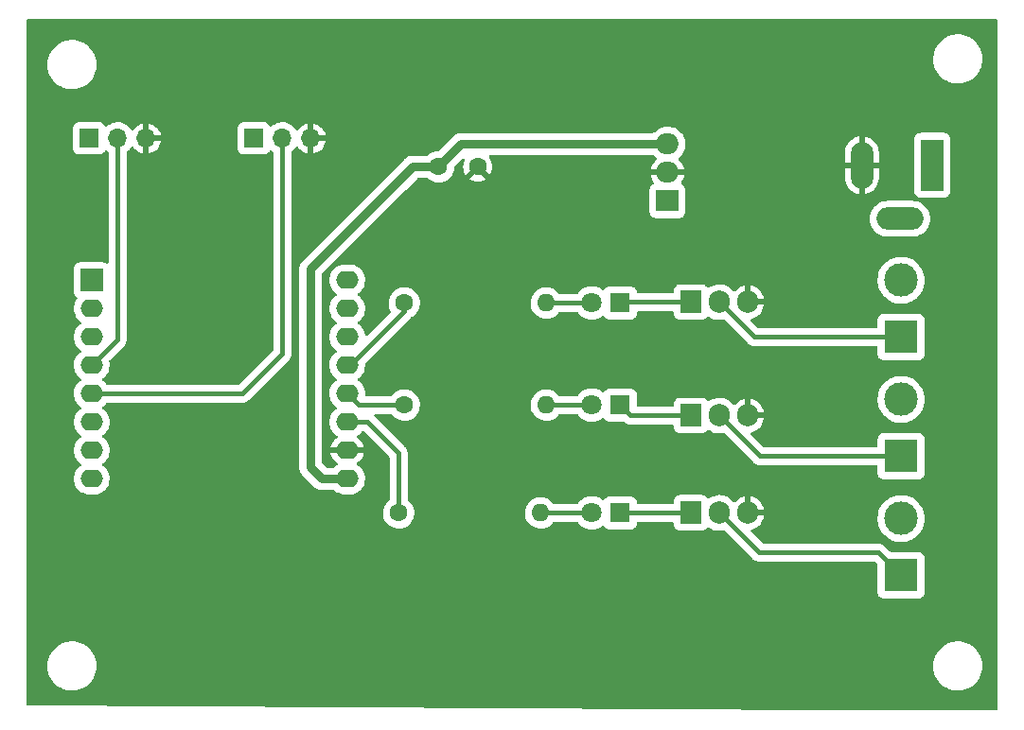
<source format=gbr>
%TF.GenerationSoftware,KiCad,Pcbnew,(6.0.5)*%
%TF.CreationDate,2022-06-22T13:59:23+07:00*%
%TF.ProjectId,timer,74696d65-722e-46b6-9963-61645f706362,rev?*%
%TF.SameCoordinates,Original*%
%TF.FileFunction,Copper,L2,Bot*%
%TF.FilePolarity,Positive*%
%FSLAX46Y46*%
G04 Gerber Fmt 4.6, Leading zero omitted, Abs format (unit mm)*
G04 Created by KiCad (PCBNEW (6.0.5)) date 2022-06-22 13:59:23*
%MOMM*%
%LPD*%
G01*
G04 APERTURE LIST*
%TA.AperFunction,ComponentPad*%
%ADD10R,1.700000X1.700000*%
%TD*%
%TA.AperFunction,ComponentPad*%
%ADD11O,1.700000X1.700000*%
%TD*%
%TA.AperFunction,ComponentPad*%
%ADD12C,1.600000*%
%TD*%
%TA.AperFunction,ComponentPad*%
%ADD13O,1.600000X1.600000*%
%TD*%
%TA.AperFunction,ComponentPad*%
%ADD14R,3.000000X3.000000*%
%TD*%
%TA.AperFunction,ComponentPad*%
%ADD15C,3.000000*%
%TD*%
%TA.AperFunction,ComponentPad*%
%ADD16O,2.000000X1.600000*%
%TD*%
%TA.AperFunction,ComponentPad*%
%ADD17R,2.000000X2.000000*%
%TD*%
%TA.AperFunction,ComponentPad*%
%ADD18R,1.800000X1.800000*%
%TD*%
%TA.AperFunction,ComponentPad*%
%ADD19C,1.800000*%
%TD*%
%TA.AperFunction,ComponentPad*%
%ADD20R,2.000000X4.600000*%
%TD*%
%TA.AperFunction,ComponentPad*%
%ADD21O,2.000000X4.200000*%
%TD*%
%TA.AperFunction,ComponentPad*%
%ADD22O,4.200000X2.000000*%
%TD*%
%TA.AperFunction,ComponentPad*%
%ADD23R,2.000000X1.905000*%
%TD*%
%TA.AperFunction,ComponentPad*%
%ADD24O,2.000000X1.905000*%
%TD*%
%TA.AperFunction,ComponentPad*%
%ADD25R,1.905000X2.000000*%
%TD*%
%TA.AperFunction,ComponentPad*%
%ADD26O,1.905000X2.000000*%
%TD*%
%TA.AperFunction,Conductor*%
%ADD27C,0.800000*%
%TD*%
%TA.AperFunction,Conductor*%
%ADD28C,0.400000*%
%TD*%
G04 APERTURE END LIST*
D10*
%TO.P,J1,1,Pin_1*%
%TO.N,+3V3*%
X55895000Y-74676000D03*
D11*
%TO.P,J1,2,Pin_2*%
%TO.N,/Start*%
X58435000Y-74676000D03*
%TO.P,J1,3,Pin_3*%
%TO.N,GND*%
X60975000Y-74676000D03*
%TD*%
D12*
%TO.P,R3,1*%
%TO.N,/YELLOW*%
X83566000Y-108204000D03*
D13*
%TO.P,R3,2*%
%TO.N,Net-(D3-Pad2)*%
X96266000Y-108204000D03*
%TD*%
D12*
%TO.P,R2,1*%
%TO.N,/RED*%
X84074000Y-89408000D03*
D13*
%TO.P,R2,2*%
%TO.N,Net-(D2-Pad2)*%
X96774000Y-89408000D03*
%TD*%
D14*
%TO.P,YELLOW,1,-*%
%TO.N,/L3*%
X128524000Y-113792000D03*
D15*
%TO.P,YELLOW,2,+*%
%TO.N,/Vin*%
X128524000Y-108712000D03*
%TD*%
D16*
%TO.P,U2,16,TX*%
%TO.N,unconnected-(U2-Pad16)*%
X78971000Y-87376000D03*
%TO.P,U2,15,RX*%
%TO.N,unconnected-(U2-Pad15)*%
X78971000Y-89916000D03*
%TO.P,U2,14,SCL/D1*%
%TO.N,unconnected-(U2-Pad14)*%
X78971000Y-92456000D03*
%TO.P,U2,13,SDA/D2*%
%TO.N,/RED*%
X78971000Y-94996000D03*
%TO.P,U2,12,D3*%
%TO.N,/GREEN*%
X78971000Y-97536000D03*
%TO.P,U2,11,D4*%
%TO.N,/YELLOW*%
X78971000Y-100076000D03*
%TO.P,U2,10,GND*%
%TO.N,GND*%
X78971000Y-102616000D03*
%TO.P,U2,9,5V*%
%TO.N,+5V*%
X78971000Y-105156000D03*
%TO.P,U2,8,3V3*%
%TO.N,+3V3*%
X56111000Y-105156000D03*
%TO.P,U2,7,CS/D8*%
%TO.N,unconnected-(U2-Pad7)*%
X56111000Y-102616000D03*
%TO.P,U2,6,MOSI/D7*%
%TO.N,unconnected-(U2-Pad6)*%
X56111000Y-100076000D03*
%TO.P,U2,5,MISO/D6*%
%TO.N,/Stop*%
X56111000Y-97536000D03*
%TO.P,U2,4,SCK/D5*%
%TO.N,/Start*%
X56111000Y-94996000D03*
%TO.P,U2,3,D0*%
%TO.N,unconnected-(U2-Pad3)*%
X56111000Y-92456000D03*
%TO.P,U2,2,A0*%
%TO.N,unconnected-(U2-Pad2)*%
X56111000Y-89916000D03*
D17*
%TO.P,U2,1,~{RST}*%
%TO.N,unconnected-(U2-Pad1)*%
X56111000Y-87376000D03*
%TD*%
D18*
%TO.P,D1,1,K*%
%TO.N,Net-(D1-Pad1)*%
X103383000Y-98552000D03*
D19*
%TO.P,D1,2,A*%
%TO.N,Net-(D1-Pad2)*%
X100843000Y-98552000D03*
%TD*%
D12*
%TO.P,C2,2*%
%TO.N,GND*%
X90650000Y-77216000D03*
%TO.P,C2,1*%
%TO.N,+5V*%
X87150000Y-77216000D03*
%TD*%
D18*
%TO.P,D2,1,K*%
%TO.N,Net-(D2-Pad1)*%
X103383000Y-89408000D03*
D19*
%TO.P,D2,2,A*%
%TO.N,Net-(D2-Pad2)*%
X100843000Y-89408000D03*
%TD*%
D14*
%TO.P,RED,1,-*%
%TO.N,/L1*%
X128524000Y-103124000D03*
D15*
%TO.P,RED,2,+*%
%TO.N,/Vin*%
X128524000Y-98044000D03*
%TD*%
D14*
%TO.P,GREEN,1,-*%
%TO.N,/L2*%
X128524000Y-92456000D03*
D15*
%TO.P,GREEN,2,+*%
%TO.N,/Vin*%
X128524000Y-87376000D03*
%TD*%
D20*
%TO.P,Input1,1,Pin_1*%
%TO.N,/Vin*%
X131318000Y-77074000D03*
D21*
%TO.P,Input1,2,Pin_2*%
%TO.N,GND*%
X125018000Y-77074000D03*
D22*
%TO.P,Input1,3*%
%TO.N,N/C*%
X128418000Y-81874000D03*
%TD*%
D10*
%TO.P,J2,1,Pin_1*%
%TO.N,+3V3*%
X70627000Y-74676000D03*
D11*
%TO.P,J2,2,Pin_2*%
%TO.N,/Stop*%
X73167000Y-74676000D03*
%TO.P,J2,3,Pin_3*%
%TO.N,GND*%
X75707000Y-74676000D03*
%TD*%
D23*
%TO.P,U1,1,VI*%
%TO.N,/Vin*%
X107625000Y-80264000D03*
D24*
%TO.P,U1,2,GND*%
%TO.N,GND*%
X107625000Y-77724000D03*
%TO.P,U1,3,VO*%
%TO.N,+5V*%
X107625000Y-75184000D03*
%TD*%
D25*
%TO.P,Q2,1,B*%
%TO.N,Net-(D2-Pad1)*%
X109728000Y-89337000D03*
D26*
%TO.P,Q2,2,C*%
%TO.N,/L2*%
X112268000Y-89337000D03*
%TO.P,Q2,3,E*%
%TO.N,GND*%
X114808000Y-89337000D03*
%TD*%
D12*
%TO.P,R1,1*%
%TO.N,/GREEN*%
X84074000Y-98552000D03*
D13*
%TO.P,R1,2*%
%TO.N,Net-(D1-Pad2)*%
X96774000Y-98552000D03*
%TD*%
D25*
%TO.P,Q3,1,B*%
%TO.N,Net-(D3-Pad1)*%
X109728000Y-108204000D03*
D26*
%TO.P,Q3,2,C*%
%TO.N,/L3*%
X112268000Y-108204000D03*
%TO.P,Q3,3,E*%
%TO.N,GND*%
X114808000Y-108204000D03*
%TD*%
D18*
%TO.P,D3,1,K*%
%TO.N,Net-(D3-Pad1)*%
X103383000Y-108204000D03*
D19*
%TO.P,D3,2,A*%
%TO.N,Net-(D3-Pad2)*%
X100843000Y-108204000D03*
%TD*%
D25*
%TO.P,Q1,1,B*%
%TO.N,Net-(D1-Pad1)*%
X109728000Y-99497000D03*
D26*
%TO.P,Q1,2,C*%
%TO.N,/L1*%
X112268000Y-99497000D03*
%TO.P,Q1,3,E*%
%TO.N,GND*%
X114808000Y-99497000D03*
%TD*%
D27*
%TO.N,+5V*%
X75692000Y-104140000D02*
X76708000Y-105156000D01*
X84836000Y-77216000D02*
X75692000Y-86360000D01*
X76708000Y-105156000D02*
X78971000Y-105156000D01*
X87150000Y-77216000D02*
X84836000Y-77216000D01*
X75692000Y-86360000D02*
X75692000Y-104140000D01*
X89182000Y-75184000D02*
X87150000Y-77216000D01*
X107625000Y-75184000D02*
X89182000Y-75184000D01*
X87150000Y-77216000D02*
X87376000Y-77216000D01*
D28*
%TO.N,/L3*%
X126492000Y-111760000D02*
X128524000Y-113792000D01*
X115824000Y-111760000D02*
X126492000Y-111760000D01*
X112268000Y-108204000D02*
X115824000Y-111760000D01*
%TO.N,/YELLOW*%
X80772000Y-100076000D02*
X78971000Y-100076000D01*
X83566000Y-102870000D02*
X80772000Y-100076000D01*
X83566000Y-108204000D02*
X83566000Y-102870000D01*
%TO.N,/RED*%
X79248000Y-94996000D02*
X78971000Y-94996000D01*
X84074000Y-90170000D02*
X79248000Y-94996000D01*
X84074000Y-89408000D02*
X84074000Y-90170000D01*
%TO.N,/Stop*%
X69596000Y-97536000D02*
X56111000Y-97536000D01*
X73167000Y-93965000D02*
X69596000Y-97536000D01*
X73167000Y-74676000D02*
X73167000Y-93965000D01*
%TO.N,/Start*%
X58420000Y-74168000D02*
X58420000Y-92687000D01*
X58420000Y-92687000D02*
X56111000Y-94996000D01*
D27*
%TO.N,+5V*%
X77724000Y-105156000D02*
X78971000Y-105156000D01*
D28*
%TO.N,/GREEN*%
X79987000Y-98552000D02*
X78971000Y-97536000D01*
X84074000Y-98552000D02*
X79987000Y-98552000D01*
%TO.N,/L2*%
X115387000Y-92456000D02*
X128524000Y-92456000D01*
X112268000Y-89337000D02*
X115387000Y-92456000D01*
%TO.N,/L1*%
X115895000Y-103124000D02*
X128524000Y-103124000D01*
X112268000Y-99497000D02*
X115895000Y-103124000D01*
%TO.N,Net-(D1-Pad1)*%
X104328000Y-99497000D02*
X103383000Y-98552000D01*
X109728000Y-99497000D02*
X104328000Y-99497000D01*
%TO.N,Net-(D3-Pad1)*%
X109728000Y-108204000D02*
X103383000Y-108204000D01*
%TO.N,Net-(D3-Pad2)*%
X100843000Y-108204000D02*
X96266000Y-108204000D01*
%TO.N,Net-(D1-Pad2)*%
X100843000Y-98552000D02*
X96774000Y-98552000D01*
%TO.N,Net-(D2-Pad1)*%
X103454000Y-89337000D02*
X103383000Y-89408000D01*
X109728000Y-89337000D02*
X103454000Y-89337000D01*
%TO.N,Net-(D2-Pad2)*%
X100843000Y-89408000D02*
X96774000Y-89408000D01*
%TD*%
%TA.AperFunction,Conductor*%
%TO.N,GND*%
G36*
X137102121Y-64028002D02*
G01*
X137148614Y-64081658D01*
X137160000Y-64134000D01*
X137160000Y-125765500D01*
X137139998Y-125833621D01*
X137086342Y-125880114D01*
X137034000Y-125891500D01*
X121342895Y-125891500D01*
X121342158Y-125891498D01*
X121342160Y-125891498D01*
X50417261Y-125476733D01*
X50349261Y-125456333D01*
X50303082Y-125402406D01*
X50292000Y-125350735D01*
X50292000Y-121966187D01*
X52151059Y-121966187D01*
X52176536Y-122257399D01*
X52240305Y-122542683D01*
X52341244Y-122817027D01*
X52343188Y-122820715D01*
X52343192Y-122820723D01*
X52475627Y-123071908D01*
X52477580Y-123075612D01*
X52646918Y-123313893D01*
X52846283Y-123527686D01*
X53072171Y-123713233D01*
X53320616Y-123867275D01*
X53587250Y-123987105D01*
X53673923Y-124012944D01*
X53863394Y-124069428D01*
X53863402Y-124069430D01*
X53867391Y-124070619D01*
X53871508Y-124071271D01*
X53871512Y-124071272D01*
X54152649Y-124115799D01*
X54152654Y-124115799D01*
X54156117Y-124116348D01*
X54205069Y-124118571D01*
X54246128Y-124120436D01*
X54246147Y-124120436D01*
X54247547Y-124120500D01*
X54430151Y-124120500D01*
X54432243Y-124120361D01*
X54432245Y-124120361D01*
X54643511Y-124106329D01*
X54647682Y-124106052D01*
X54651776Y-124105227D01*
X54651780Y-124105226D01*
X54789095Y-124077538D01*
X54934239Y-124048272D01*
X55210637Y-123953100D01*
X55214370Y-123951231D01*
X55214374Y-123951229D01*
X55468276Y-123824084D01*
X55468278Y-123824083D01*
X55472020Y-123822209D01*
X55629135Y-123715434D01*
X55710336Y-123660250D01*
X55710339Y-123660248D01*
X55713795Y-123657899D01*
X55931716Y-123463055D01*
X56121953Y-123241102D01*
X56124228Y-123237599D01*
X56278892Y-122999437D01*
X56278894Y-122999434D01*
X56281164Y-122995938D01*
X56406552Y-122731871D01*
X56495914Y-122453541D01*
X56547681Y-122165836D01*
X56556747Y-121966187D01*
X131399059Y-121966187D01*
X131424536Y-122257399D01*
X131488305Y-122542683D01*
X131589244Y-122817027D01*
X131591188Y-122820715D01*
X131591192Y-122820723D01*
X131723627Y-123071908D01*
X131725580Y-123075612D01*
X131894918Y-123313893D01*
X132094283Y-123527686D01*
X132320171Y-123713233D01*
X132568616Y-123867275D01*
X132835250Y-123987105D01*
X132921923Y-124012944D01*
X133111394Y-124069428D01*
X133111402Y-124069430D01*
X133115391Y-124070619D01*
X133119508Y-124071271D01*
X133119512Y-124071272D01*
X133400649Y-124115799D01*
X133400654Y-124115799D01*
X133404117Y-124116348D01*
X133453069Y-124118571D01*
X133494128Y-124120436D01*
X133494147Y-124120436D01*
X133495547Y-124120500D01*
X133678151Y-124120500D01*
X133680243Y-124120361D01*
X133680245Y-124120361D01*
X133891511Y-124106329D01*
X133895682Y-124106052D01*
X133899776Y-124105227D01*
X133899780Y-124105226D01*
X134037095Y-124077538D01*
X134182239Y-124048272D01*
X134458637Y-123953100D01*
X134462370Y-123951231D01*
X134462374Y-123951229D01*
X134716276Y-123824084D01*
X134716278Y-123824083D01*
X134720020Y-123822209D01*
X134877135Y-123715434D01*
X134958336Y-123660250D01*
X134958339Y-123660248D01*
X134961795Y-123657899D01*
X135179716Y-123463055D01*
X135369953Y-123241102D01*
X135372228Y-123237599D01*
X135526892Y-122999437D01*
X135526894Y-122999434D01*
X135529164Y-122995938D01*
X135654552Y-122731871D01*
X135743914Y-122453541D01*
X135795681Y-122165836D01*
X135808941Y-121873813D01*
X135783464Y-121582601D01*
X135719695Y-121297317D01*
X135618756Y-121022973D01*
X135616812Y-121019285D01*
X135616808Y-121019277D01*
X135484373Y-120768092D01*
X135484372Y-120768091D01*
X135482420Y-120764388D01*
X135313082Y-120526107D01*
X135113717Y-120312314D01*
X134887829Y-120126767D01*
X134639384Y-119972725D01*
X134372750Y-119852895D01*
X134286077Y-119827056D01*
X134096606Y-119770572D01*
X134096598Y-119770570D01*
X134092609Y-119769381D01*
X134088492Y-119768729D01*
X134088488Y-119768728D01*
X133807351Y-119724201D01*
X133807346Y-119724201D01*
X133803883Y-119723652D01*
X133754931Y-119721429D01*
X133713872Y-119719564D01*
X133713853Y-119719564D01*
X133712453Y-119719500D01*
X133529849Y-119719500D01*
X133527757Y-119719639D01*
X133527755Y-119719639D01*
X133374316Y-119729830D01*
X133312318Y-119733948D01*
X133308224Y-119734773D01*
X133308220Y-119734774D01*
X133170905Y-119762462D01*
X133025761Y-119791728D01*
X132749363Y-119886900D01*
X132745630Y-119888769D01*
X132745626Y-119888771D01*
X132573581Y-119974925D01*
X132487980Y-120017791D01*
X132484515Y-120020146D01*
X132327627Y-120126767D01*
X132246205Y-120182101D01*
X132028284Y-120376945D01*
X131838047Y-120598898D01*
X131835773Y-120602400D01*
X131835772Y-120602401D01*
X131732793Y-120760976D01*
X131678836Y-120844062D01*
X131553448Y-121108129D01*
X131464086Y-121386459D01*
X131412319Y-121674164D01*
X131399059Y-121966187D01*
X56556747Y-121966187D01*
X56560941Y-121873813D01*
X56535464Y-121582601D01*
X56471695Y-121297317D01*
X56370756Y-121022973D01*
X56368812Y-121019285D01*
X56368808Y-121019277D01*
X56236373Y-120768092D01*
X56236372Y-120768091D01*
X56234420Y-120764388D01*
X56065082Y-120526107D01*
X55865717Y-120312314D01*
X55639829Y-120126767D01*
X55391384Y-119972725D01*
X55124750Y-119852895D01*
X55038077Y-119827056D01*
X54848606Y-119770572D01*
X54848598Y-119770570D01*
X54844609Y-119769381D01*
X54840492Y-119768729D01*
X54840488Y-119768728D01*
X54559351Y-119724201D01*
X54559346Y-119724201D01*
X54555883Y-119723652D01*
X54506931Y-119721429D01*
X54465872Y-119719564D01*
X54465853Y-119719564D01*
X54464453Y-119719500D01*
X54281849Y-119719500D01*
X54279757Y-119719639D01*
X54279755Y-119719639D01*
X54126316Y-119729830D01*
X54064318Y-119733948D01*
X54060224Y-119734773D01*
X54060220Y-119734774D01*
X53922905Y-119762462D01*
X53777761Y-119791728D01*
X53501363Y-119886900D01*
X53497630Y-119888769D01*
X53497626Y-119888771D01*
X53325581Y-119974925D01*
X53239980Y-120017791D01*
X53236515Y-120020146D01*
X53079627Y-120126767D01*
X52998205Y-120182101D01*
X52780284Y-120376945D01*
X52590047Y-120598898D01*
X52587773Y-120602400D01*
X52587772Y-120602401D01*
X52484793Y-120760976D01*
X52430836Y-120844062D01*
X52305448Y-121108129D01*
X52216086Y-121386459D01*
X52164319Y-121674164D01*
X52151059Y-121966187D01*
X50292000Y-121966187D01*
X50292000Y-73786639D01*
X54444500Y-73786639D01*
X54444501Y-75565360D01*
X54445039Y-75569444D01*
X54445039Y-75569450D01*
X54458878Y-75674575D01*
X54459956Y-75682762D01*
X54520464Y-75828841D01*
X54573141Y-75897491D01*
X54610510Y-75946191D01*
X54616718Y-75954282D01*
X54742159Y-76050536D01*
X54888238Y-76111044D01*
X54896426Y-76112122D01*
X55001545Y-76125961D01*
X55005639Y-76126500D01*
X55894892Y-76126500D01*
X56784360Y-76126499D01*
X56788444Y-76125961D01*
X56788450Y-76125961D01*
X56893575Y-76112122D01*
X56893577Y-76112122D01*
X56901762Y-76111044D01*
X57047841Y-76050536D01*
X57173282Y-75954282D01*
X57179491Y-75946191D01*
X57216859Y-75897491D01*
X57269536Y-75828841D01*
X57272695Y-75821213D01*
X57272698Y-75821209D01*
X57276596Y-75811798D01*
X57321145Y-75756518D01*
X57388509Y-75734098D01*
X57457300Y-75751657D01*
X57473486Y-75763072D01*
X57506750Y-75790688D01*
X57573985Y-75846508D01*
X57613620Y-75905411D01*
X57619500Y-75943452D01*
X57619500Y-85753768D01*
X57599498Y-85821889D01*
X57545842Y-85868382D01*
X57475568Y-85878486D01*
X57428642Y-85858723D01*
X57427546Y-85860621D01*
X57420393Y-85856491D01*
X57413841Y-85851464D01*
X57267762Y-85790956D01*
X57259574Y-85789878D01*
X57154448Y-85776038D01*
X57154447Y-85776038D01*
X57150361Y-85775500D01*
X56111127Y-85775500D01*
X55071640Y-85775501D01*
X55067556Y-85776039D01*
X55067550Y-85776039D01*
X54962425Y-85789878D01*
X54962423Y-85789878D01*
X54954238Y-85790956D01*
X54808159Y-85851464D01*
X54682718Y-85947718D01*
X54586464Y-86073159D01*
X54525956Y-86219238D01*
X54510500Y-86336639D01*
X54510501Y-88415360D01*
X54511039Y-88419444D01*
X54511039Y-88419450D01*
X54521691Y-88500366D01*
X54525956Y-88532762D01*
X54586464Y-88678841D01*
X54682718Y-88804282D01*
X54689264Y-88809305D01*
X54689267Y-88809308D01*
X54781419Y-88880018D01*
X54823287Y-88937356D01*
X54827509Y-89008227D01*
X54805805Y-89055194D01*
X54716421Y-89175330D01*
X54608705Y-89387193D01*
X54607124Y-89392284D01*
X54607123Y-89392287D01*
X54568301Y-89517315D01*
X54538225Y-89614176D01*
X54537524Y-89619465D01*
X54509218Y-89833028D01*
X54506996Y-89849789D01*
X54515913Y-90087295D01*
X54564719Y-90319904D01*
X54566677Y-90324863D01*
X54566678Y-90324865D01*
X54644806Y-90522695D01*
X54652020Y-90540963D01*
X54654787Y-90545522D01*
X54654788Y-90545525D01*
X54711467Y-90638928D01*
X54775319Y-90744153D01*
X54778816Y-90748183D01*
X54921448Y-90912552D01*
X54931090Y-90923664D01*
X54935216Y-90927047D01*
X54935220Y-90927051D01*
X55038103Y-91011409D01*
X55114880Y-91074362D01*
X55119516Y-91077001D01*
X55122789Y-91078864D01*
X55123898Y-91080013D01*
X55123917Y-91080026D01*
X55123914Y-91080030D01*
X55172098Y-91129944D01*
X55185963Y-91199574D01*
X55159982Y-91265646D01*
X55130829Y-91292889D01*
X55030268Y-91360591D01*
X54858295Y-91524645D01*
X54716421Y-91715330D01*
X54608705Y-91927193D01*
X54607124Y-91932284D01*
X54607123Y-91932287D01*
X54568301Y-92057315D01*
X54538225Y-92154176D01*
X54506996Y-92389789D01*
X54515913Y-92627295D01*
X54564719Y-92859904D01*
X54566677Y-92864863D01*
X54566678Y-92864865D01*
X54637890Y-93045183D01*
X54652020Y-93080963D01*
X54654787Y-93085522D01*
X54654788Y-93085525D01*
X54724903Y-93201070D01*
X54775319Y-93284153D01*
X54931090Y-93463664D01*
X54935216Y-93467047D01*
X54935220Y-93467051D01*
X55074475Y-93581232D01*
X55114880Y-93614362D01*
X55119516Y-93617001D01*
X55122789Y-93618864D01*
X55123898Y-93620013D01*
X55123917Y-93620026D01*
X55123914Y-93620030D01*
X55172098Y-93669944D01*
X55185963Y-93739574D01*
X55159982Y-93805646D01*
X55130829Y-93832889D01*
X55030268Y-93900591D01*
X54858295Y-94064645D01*
X54716421Y-94255330D01*
X54608705Y-94467193D01*
X54607124Y-94472284D01*
X54607123Y-94472287D01*
X54551840Y-94650328D01*
X54538225Y-94694176D01*
X54537524Y-94699465D01*
X54524644Y-94796644D01*
X54506996Y-94929789D01*
X54515913Y-95167295D01*
X54564719Y-95399904D01*
X54566677Y-95404863D01*
X54566678Y-95404865D01*
X54615925Y-95529564D01*
X54652020Y-95620963D01*
X54775319Y-95824153D01*
X54778816Y-95828183D01*
X54915568Y-95985776D01*
X54931090Y-96003664D01*
X54935216Y-96007047D01*
X54935220Y-96007051D01*
X55038103Y-96091409D01*
X55114880Y-96154362D01*
X55119516Y-96157001D01*
X55122789Y-96158864D01*
X55123898Y-96160013D01*
X55123917Y-96160026D01*
X55123914Y-96160030D01*
X55172098Y-96209944D01*
X55185963Y-96279574D01*
X55159982Y-96345646D01*
X55130829Y-96372889D01*
X55030268Y-96440591D01*
X55026411Y-96444270D01*
X55026409Y-96444272D01*
X54970787Y-96497333D01*
X54858295Y-96604645D01*
X54716421Y-96795330D01*
X54608705Y-97007193D01*
X54607124Y-97012284D01*
X54607123Y-97012287D01*
X54553009Y-97186565D01*
X54538225Y-97234176D01*
X54537524Y-97239465D01*
X54512294Y-97429821D01*
X54506996Y-97469789D01*
X54515913Y-97707295D01*
X54564719Y-97939904D01*
X54566677Y-97944863D01*
X54566678Y-97944865D01*
X54632700Y-98112041D01*
X54652020Y-98160963D01*
X54775319Y-98364153D01*
X54778816Y-98368183D01*
X54860019Y-98461761D01*
X54931090Y-98543664D01*
X54935216Y-98547047D01*
X54935220Y-98547051D01*
X55038103Y-98631409D01*
X55114880Y-98694362D01*
X55119516Y-98697001D01*
X55122789Y-98698864D01*
X55123898Y-98700013D01*
X55123917Y-98700026D01*
X55123914Y-98700030D01*
X55172098Y-98749944D01*
X55185963Y-98819574D01*
X55159982Y-98885646D01*
X55130829Y-98912889D01*
X55030268Y-98980591D01*
X54858295Y-99144645D01*
X54716421Y-99335330D01*
X54608705Y-99547193D01*
X54607124Y-99552284D01*
X54607123Y-99552287D01*
X54568301Y-99677315D01*
X54538225Y-99774176D01*
X54537524Y-99779465D01*
X54510985Y-99979696D01*
X54506996Y-100009789D01*
X54507196Y-100015118D01*
X54507196Y-100015119D01*
X54508702Y-100055231D01*
X54515913Y-100247295D01*
X54564719Y-100479904D01*
X54566677Y-100484863D01*
X54566678Y-100484865D01*
X54615925Y-100609564D01*
X54652020Y-100700963D01*
X54775319Y-100904153D01*
X54778816Y-100908183D01*
X54920536Y-101071501D01*
X54931090Y-101083664D01*
X54935216Y-101087047D01*
X54935220Y-101087051D01*
X55090685Y-101214524D01*
X55114880Y-101234362D01*
X55119516Y-101237001D01*
X55122789Y-101238864D01*
X55123898Y-101240013D01*
X55123917Y-101240026D01*
X55123914Y-101240030D01*
X55172098Y-101289944D01*
X55185963Y-101359574D01*
X55159982Y-101425646D01*
X55130829Y-101452889D01*
X55030268Y-101520591D01*
X54858295Y-101684645D01*
X54716421Y-101875330D01*
X54608705Y-102087193D01*
X54607124Y-102092284D01*
X54607123Y-102092287D01*
X54568301Y-102217315D01*
X54538225Y-102314176D01*
X54537524Y-102319465D01*
X54520184Y-102450293D01*
X54506996Y-102549789D01*
X54507196Y-102555118D01*
X54507196Y-102555119D01*
X54507696Y-102568425D01*
X54515913Y-102787295D01*
X54564719Y-103019904D01*
X54566677Y-103024863D01*
X54566678Y-103024865D01*
X54615925Y-103149564D01*
X54652020Y-103240963D01*
X54775319Y-103444153D01*
X54931090Y-103623664D01*
X54935216Y-103627047D01*
X54935220Y-103627051D01*
X55083056Y-103748268D01*
X55114880Y-103774362D01*
X55119516Y-103777001D01*
X55122789Y-103778864D01*
X55123898Y-103780013D01*
X55123917Y-103780026D01*
X55123914Y-103780030D01*
X55172098Y-103829944D01*
X55185963Y-103899574D01*
X55159982Y-103965646D01*
X55130829Y-103992889D01*
X55030268Y-104060591D01*
X54858295Y-104224645D01*
X54716421Y-104415330D01*
X54608705Y-104627193D01*
X54607124Y-104632284D01*
X54607123Y-104632287D01*
X54561562Y-104779018D01*
X54538225Y-104854176D01*
X54534768Y-104880260D01*
X54511302Y-105057305D01*
X54506996Y-105089789D01*
X54515913Y-105327295D01*
X54564719Y-105559904D01*
X54566677Y-105564863D01*
X54566678Y-105564865D01*
X54615925Y-105689564D01*
X54652020Y-105780963D01*
X54654787Y-105785522D01*
X54654788Y-105785525D01*
X54696676Y-105854554D01*
X54775319Y-105984153D01*
X54778816Y-105988183D01*
X54924571Y-106156151D01*
X54931090Y-106163664D01*
X54935216Y-106167047D01*
X54935220Y-106167051D01*
X55033614Y-106247728D01*
X55114880Y-106314362D01*
X55119516Y-106317001D01*
X55119519Y-106317003D01*
X55220561Y-106374519D01*
X55321433Y-106431939D01*
X55544844Y-106513034D01*
X55550092Y-106513983D01*
X55774641Y-106554588D01*
X55774648Y-106554589D01*
X55778725Y-106555326D01*
X55796991Y-106556187D01*
X55802131Y-106556430D01*
X55802138Y-106556430D01*
X55803619Y-106556500D01*
X56370680Y-106556500D01*
X56453026Y-106549513D01*
X56542512Y-106541920D01*
X56542516Y-106541919D01*
X56547823Y-106541469D01*
X56552978Y-106540131D01*
X56552984Y-106540130D01*
X56772703Y-106483102D01*
X56772702Y-106483102D01*
X56777874Y-106481760D01*
X56894327Y-106429302D01*
X56989715Y-106386333D01*
X56989718Y-106386332D01*
X56994576Y-106384143D01*
X57191732Y-106251409D01*
X57363705Y-106087355D01*
X57505579Y-105896670D01*
X57613295Y-105684807D01*
X57652079Y-105559904D01*
X57682193Y-105462919D01*
X57683775Y-105457824D01*
X57715004Y-105222211D01*
X57706087Y-104984705D01*
X57657281Y-104752096D01*
X57640010Y-104708363D01*
X57571941Y-104536002D01*
X57571940Y-104536000D01*
X57569980Y-104531037D01*
X57446681Y-104327847D01*
X57353935Y-104220966D01*
X57294410Y-104152369D01*
X57294408Y-104152367D01*
X57290910Y-104148336D01*
X57286784Y-104144953D01*
X57286780Y-104144949D01*
X57111247Y-104001022D01*
X57111248Y-104001022D01*
X57107120Y-103997638D01*
X57099211Y-103993136D01*
X57098102Y-103991987D01*
X57098083Y-103991974D01*
X57098086Y-103991970D01*
X57049902Y-103942056D01*
X57036037Y-103872426D01*
X57062018Y-103806354D01*
X57091171Y-103779111D01*
X57125704Y-103755862D01*
X57191732Y-103711409D01*
X57203512Y-103700172D01*
X57282341Y-103624972D01*
X57363705Y-103547355D01*
X57505579Y-103356670D01*
X57613295Y-103144807D01*
X57639703Y-103059761D01*
X57682193Y-102922919D01*
X57683775Y-102917824D01*
X57706457Y-102746698D01*
X57714304Y-102687494D01*
X57714304Y-102687491D01*
X57715004Y-102682211D01*
X57706087Y-102444705D01*
X57657281Y-102212096D01*
X57607954Y-102087193D01*
X57571941Y-101996002D01*
X57571940Y-101996000D01*
X57569980Y-101991037D01*
X57446681Y-101787847D01*
X57290910Y-101608336D01*
X57286784Y-101604953D01*
X57286780Y-101604949D01*
X57111247Y-101461022D01*
X57111248Y-101461022D01*
X57107120Y-101457638D01*
X57099211Y-101453136D01*
X57098102Y-101451987D01*
X57098083Y-101451974D01*
X57098086Y-101451970D01*
X57049902Y-101402056D01*
X57036037Y-101332426D01*
X57062018Y-101266354D01*
X57091171Y-101239111D01*
X57103253Y-101230977D01*
X57191732Y-101171409D01*
X57363705Y-101007355D01*
X57505579Y-100816670D01*
X57613295Y-100604807D01*
X57633279Y-100540450D01*
X57682193Y-100382919D01*
X57683775Y-100377824D01*
X57696744Y-100279978D01*
X57714304Y-100147494D01*
X57714304Y-100147491D01*
X57715004Y-100142211D01*
X57713894Y-100112631D01*
X57707846Y-99951562D01*
X57706087Y-99904705D01*
X57657281Y-99672096D01*
X57635178Y-99616127D01*
X57571941Y-99456002D01*
X57571940Y-99456000D01*
X57569980Y-99451037D01*
X57566406Y-99445146D01*
X57449448Y-99252407D01*
X57446681Y-99247847D01*
X57353935Y-99140966D01*
X57294410Y-99072369D01*
X57294408Y-99072367D01*
X57290910Y-99068336D01*
X57286784Y-99064953D01*
X57286780Y-99064949D01*
X57111247Y-98921022D01*
X57111248Y-98921022D01*
X57107120Y-98917638D01*
X57099211Y-98913136D01*
X57098102Y-98911987D01*
X57098083Y-98911974D01*
X57098086Y-98911970D01*
X57049902Y-98862056D01*
X57036037Y-98792426D01*
X57062018Y-98726354D01*
X57091171Y-98699111D01*
X57124759Y-98676498D01*
X57191732Y-98631409D01*
X57203012Y-98620649D01*
X57280162Y-98547051D01*
X57363705Y-98467355D01*
X57423277Y-98387287D01*
X57479987Y-98344574D01*
X57524366Y-98336500D01*
X69586917Y-98336500D01*
X69588238Y-98336507D01*
X69677407Y-98337441D01*
X69719296Y-98328384D01*
X69731870Y-98326325D01*
X69746477Y-98324686D01*
X69767476Y-98322331D01*
X69767478Y-98322330D01*
X69774472Y-98321546D01*
X69805759Y-98310650D01*
X69820564Y-98306489D01*
X69846061Y-98300977D01*
X69846064Y-98300976D01*
X69852942Y-98299489D01*
X69891799Y-98281370D01*
X69903582Y-98276586D01*
X69944073Y-98262485D01*
X69972167Y-98244930D01*
X69985682Y-98237592D01*
X70015707Y-98223591D01*
X70049567Y-98197326D01*
X70060024Y-98190031D01*
X70090400Y-98171050D01*
X70090403Y-98171048D01*
X70096375Y-98167316D01*
X70102773Y-98160963D01*
X70124893Y-98138997D01*
X70125515Y-98138415D01*
X70126177Y-98137901D01*
X70152037Y-98112041D01*
X70223807Y-98040770D01*
X70224459Y-98039743D01*
X70225543Y-98038535D01*
X73726559Y-94537519D01*
X73727497Y-94536590D01*
X73728754Y-94535359D01*
X73791268Y-94474141D01*
X73795083Y-94468221D01*
X73795088Y-94468215D01*
X73814490Y-94438109D01*
X73821930Y-94427755D01*
X73844269Y-94399771D01*
X73848664Y-94394266D01*
X73851728Y-94387928D01*
X73851731Y-94387923D01*
X73863079Y-94364447D01*
X73870610Y-94351027D01*
X73884736Y-94329109D01*
X73884740Y-94329101D01*
X73888554Y-94323183D01*
X73903212Y-94282912D01*
X73908173Y-94271168D01*
X73923763Y-94238919D01*
X73923765Y-94238913D01*
X73926828Y-94232577D01*
X73934282Y-94200290D01*
X73938652Y-94185540D01*
X73947568Y-94161045D01*
X73947569Y-94161040D01*
X73949978Y-94154422D01*
X73955351Y-94111888D01*
X73957581Y-94099372D01*
X73967227Y-94057589D01*
X73967251Y-94050551D01*
X73967252Y-94050546D01*
X73967367Y-94017407D01*
X73967396Y-94016540D01*
X73967500Y-94015717D01*
X73967500Y-93979269D01*
X73967502Y-93978753D01*
X73967841Y-93881491D01*
X73967841Y-93881488D01*
X73967853Y-93877999D01*
X73967587Y-93876811D01*
X73967500Y-93875198D01*
X73967500Y-86384571D01*
X74686640Y-86384571D01*
X74687440Y-86390903D01*
X74690506Y-86415173D01*
X74691500Y-86430965D01*
X74691500Y-104123830D01*
X74691451Y-104127349D01*
X74690665Y-104155500D01*
X74689040Y-104213653D01*
X74690148Y-104219938D01*
X74690149Y-104219948D01*
X74699516Y-104273066D01*
X74700785Y-104282208D01*
X74706880Y-104342216D01*
X74715491Y-104369693D01*
X74719339Y-104385481D01*
X74723227Y-104407535D01*
X74723229Y-104407541D01*
X74724336Y-104413821D01*
X74726686Y-104419756D01*
X74746538Y-104469898D01*
X74749620Y-104478601D01*
X74767662Y-104536172D01*
X74770755Y-104541751D01*
X74781615Y-104561343D01*
X74788567Y-104576049D01*
X74799160Y-104602805D01*
X74802657Y-104608149D01*
X74832186Y-104653274D01*
X74836954Y-104661178D01*
X74866203Y-104713944D01*
X74870355Y-104718788D01*
X74884933Y-104735797D01*
X74894696Y-104748800D01*
X74910455Y-104772882D01*
X74914917Y-104777838D01*
X74953822Y-104816743D01*
X74960395Y-104823840D01*
X74998477Y-104868271D01*
X75003522Y-104872185D01*
X75003527Y-104872189D01*
X75022853Y-104887180D01*
X75034722Y-104897643D01*
X75989111Y-105852031D01*
X75991564Y-105854554D01*
X76050881Y-105917280D01*
X76100295Y-105951880D01*
X76107660Y-105957450D01*
X76154403Y-105995573D01*
X76160055Y-105998528D01*
X76160060Y-105998531D01*
X76179910Y-106008908D01*
X76193807Y-106017357D01*
X76217379Y-106033863D01*
X76223230Y-106036395D01*
X76223241Y-106036401D01*
X76272736Y-106057819D01*
X76281072Y-106061795D01*
X76328872Y-106086785D01*
X76328880Y-106086788D01*
X76334530Y-106089742D01*
X76340661Y-106091500D01*
X76362203Y-106097677D01*
X76377506Y-106103156D01*
X76403919Y-106114586D01*
X76410163Y-106115890D01*
X76410168Y-106115892D01*
X76445205Y-106123211D01*
X76462967Y-106126922D01*
X76471917Y-106129136D01*
X76529913Y-106145766D01*
X76558612Y-106147974D01*
X76574705Y-106150265D01*
X76602880Y-106156151D01*
X76607719Y-106156405D01*
X76607722Y-106156405D01*
X76607871Y-106156413D01*
X76607887Y-106156413D01*
X76609539Y-106156500D01*
X76664565Y-106156500D01*
X76674232Y-106156871D01*
X76726211Y-106160871D01*
X76726215Y-106160871D01*
X76732571Y-106161360D01*
X76763173Y-106157494D01*
X76778965Y-106156500D01*
X77737301Y-106156500D01*
X77805422Y-106176502D01*
X77817192Y-106185066D01*
X77970752Y-106310978D01*
X77970758Y-106310982D01*
X77974880Y-106314362D01*
X77979516Y-106317001D01*
X77979519Y-106317003D01*
X78080561Y-106374519D01*
X78181433Y-106431939D01*
X78404844Y-106513034D01*
X78410092Y-106513983D01*
X78634641Y-106554588D01*
X78634648Y-106554589D01*
X78638725Y-106555326D01*
X78656991Y-106556187D01*
X78662131Y-106556430D01*
X78662138Y-106556430D01*
X78663619Y-106556500D01*
X79230680Y-106556500D01*
X79313026Y-106549513D01*
X79402512Y-106541920D01*
X79402516Y-106541919D01*
X79407823Y-106541469D01*
X79412978Y-106540131D01*
X79412984Y-106540130D01*
X79632703Y-106483102D01*
X79632702Y-106483102D01*
X79637874Y-106481760D01*
X79754327Y-106429302D01*
X79849715Y-106386333D01*
X79849718Y-106386332D01*
X79854576Y-106384143D01*
X80051732Y-106251409D01*
X80223705Y-106087355D01*
X80365579Y-105896670D01*
X80473295Y-105684807D01*
X80512079Y-105559904D01*
X80542193Y-105462919D01*
X80543775Y-105457824D01*
X80575004Y-105222211D01*
X80566087Y-104984705D01*
X80517281Y-104752096D01*
X80500010Y-104708363D01*
X80431941Y-104536002D01*
X80431940Y-104536000D01*
X80429980Y-104531037D01*
X80306681Y-104327847D01*
X80213935Y-104220966D01*
X80154410Y-104152369D01*
X80154408Y-104152367D01*
X80150910Y-104148336D01*
X80146784Y-104144953D01*
X80146780Y-104144949D01*
X79971248Y-104001023D01*
X79971247Y-104001022D01*
X79967120Y-103997638D01*
X79962484Y-103994999D01*
X79962481Y-103994997D01*
X79897177Y-103957824D01*
X79870511Y-103942645D01*
X79821205Y-103891563D01*
X79807343Y-103821932D01*
X79833326Y-103755862D01*
X79860572Y-103729930D01*
X80010467Y-103624972D01*
X80018875Y-103617916D01*
X80172916Y-103463875D01*
X80179972Y-103455467D01*
X80304931Y-103277007D01*
X80310414Y-103267511D01*
X80402490Y-103070053D01*
X80406236Y-103059761D01*
X80452394Y-102887497D01*
X80452058Y-102873401D01*
X80444116Y-102870000D01*
X77503033Y-102870000D01*
X77489502Y-102873973D01*
X77488273Y-102882522D01*
X77535764Y-103059761D01*
X77539510Y-103070053D01*
X77631586Y-103267511D01*
X77637069Y-103277007D01*
X77762028Y-103455467D01*
X77769084Y-103463875D01*
X77923125Y-103617916D01*
X77931533Y-103624972D01*
X78078161Y-103727642D01*
X78122489Y-103783099D01*
X78129798Y-103853719D01*
X78097767Y-103917079D01*
X78076257Y-103935375D01*
X78065459Y-103942645D01*
X77890268Y-104060591D01*
X77886411Y-104064270D01*
X77886409Y-104064272D01*
X77827289Y-104120670D01*
X77764192Y-104153217D01*
X77740317Y-104155500D01*
X77174612Y-104155500D01*
X77106491Y-104135498D01*
X77085517Y-104118596D01*
X76729405Y-103762485D01*
X76695380Y-103700172D01*
X76692500Y-103673389D01*
X76692500Y-100009789D01*
X77366996Y-100009789D01*
X77367196Y-100015118D01*
X77367196Y-100015119D01*
X77368702Y-100055231D01*
X77375913Y-100247295D01*
X77424719Y-100479904D01*
X77426677Y-100484863D01*
X77426678Y-100484865D01*
X77475925Y-100609564D01*
X77512020Y-100700963D01*
X77635319Y-100904153D01*
X77638816Y-100908183D01*
X77780536Y-101071501D01*
X77791090Y-101083664D01*
X77795216Y-101087047D01*
X77795220Y-101087051D01*
X77812968Y-101101603D01*
X77974880Y-101234362D01*
X77979516Y-101237001D01*
X77979519Y-101237003D01*
X78071489Y-101289355D01*
X78120795Y-101340437D01*
X78134657Y-101410068D01*
X78108674Y-101476138D01*
X78081428Y-101502070D01*
X77931533Y-101607028D01*
X77923125Y-101614084D01*
X77769084Y-101768125D01*
X77762028Y-101776533D01*
X77637069Y-101954993D01*
X77631586Y-101964489D01*
X77539510Y-102161947D01*
X77535764Y-102172239D01*
X77489606Y-102344503D01*
X77489942Y-102358599D01*
X77497884Y-102362000D01*
X80438967Y-102362000D01*
X80452498Y-102358027D01*
X80453727Y-102349478D01*
X80406236Y-102172239D01*
X80402490Y-102161947D01*
X80310414Y-101964489D01*
X80304931Y-101954993D01*
X80179972Y-101776533D01*
X80172916Y-101768125D01*
X80018875Y-101614084D01*
X80010467Y-101607028D01*
X79863839Y-101504358D01*
X79819511Y-101448901D01*
X79812202Y-101378281D01*
X79844233Y-101314921D01*
X79865743Y-101296625D01*
X79963253Y-101230977D01*
X80051732Y-101171409D01*
X80223705Y-101007355D01*
X80283277Y-100927287D01*
X80339987Y-100884574D01*
X80384366Y-100876500D01*
X80388232Y-100876500D01*
X80456353Y-100896502D01*
X80477327Y-100913405D01*
X82728595Y-103164673D01*
X82762621Y-103226985D01*
X82765500Y-103253768D01*
X82765500Y-106990664D01*
X82745498Y-107058785D01*
X82715153Y-107091424D01*
X82637125Y-107150009D01*
X82637119Y-107150015D01*
X82632984Y-107153119D01*
X82473877Y-107319616D01*
X82470963Y-107323888D01*
X82470962Y-107323889D01*
X82430037Y-107383883D01*
X82344099Y-107509863D01*
X82341923Y-107514552D01*
X82341919Y-107514558D01*
X82293979Y-107617837D01*
X82247136Y-107718752D01*
X82245752Y-107723744D01*
X82193507Y-107912134D01*
X82185592Y-107940673D01*
X82185043Y-107945810D01*
X82164100Y-108141776D01*
X82161119Y-108169665D01*
X82161416Y-108174817D01*
X82161416Y-108174821D01*
X82166864Y-108269296D01*
X82174376Y-108399580D01*
X82175513Y-108404626D01*
X82175514Y-108404632D01*
X82204014Y-108531092D01*
X82225006Y-108624242D01*
X82226948Y-108629024D01*
X82226949Y-108629028D01*
X82309705Y-108832831D01*
X82311649Y-108837618D01*
X82431979Y-109033978D01*
X82582763Y-109208048D01*
X82759953Y-109355154D01*
X82958790Y-109471345D01*
X83173934Y-109553501D01*
X83179000Y-109554532D01*
X83179001Y-109554532D01*
X83202098Y-109559231D01*
X83399607Y-109599414D01*
X83527455Y-109604102D01*
X83624585Y-109607664D01*
X83624589Y-109607664D01*
X83629749Y-109607853D01*
X83634869Y-109607197D01*
X83634871Y-109607197D01*
X83704272Y-109598307D01*
X83858178Y-109578591D01*
X83863126Y-109577106D01*
X83863133Y-109577105D01*
X84073811Y-109513898D01*
X84073810Y-109513898D01*
X84078761Y-109512413D01*
X84285574Y-109411096D01*
X84473062Y-109277363D01*
X84636190Y-109114803D01*
X84654849Y-109088837D01*
X84767559Y-108931983D01*
X84770577Y-108927783D01*
X84872615Y-108721325D01*
X84933488Y-108520970D01*
X84938059Y-108505927D01*
X84938060Y-108505921D01*
X84939563Y-108500975D01*
X84957759Y-108362759D01*
X84969185Y-108275971D01*
X84969185Y-108275965D01*
X84969622Y-108272649D01*
X84971300Y-108204000D01*
X84968477Y-108169665D01*
X94861119Y-108169665D01*
X94861416Y-108174817D01*
X94861416Y-108174821D01*
X94866864Y-108269296D01*
X94874376Y-108399580D01*
X94875513Y-108404626D01*
X94875514Y-108404632D01*
X94904014Y-108531092D01*
X94925006Y-108624242D01*
X94926948Y-108629024D01*
X94926949Y-108629028D01*
X95009705Y-108832831D01*
X95011649Y-108837618D01*
X95131979Y-109033978D01*
X95282763Y-109208048D01*
X95459953Y-109355154D01*
X95658790Y-109471345D01*
X95873934Y-109553501D01*
X95879000Y-109554532D01*
X95879001Y-109554532D01*
X95902098Y-109559231D01*
X96099607Y-109599414D01*
X96227455Y-109604102D01*
X96324585Y-109607664D01*
X96324589Y-109607664D01*
X96329749Y-109607853D01*
X96334869Y-109607197D01*
X96334871Y-109607197D01*
X96404272Y-109598307D01*
X96558178Y-109578591D01*
X96563126Y-109577106D01*
X96563133Y-109577105D01*
X96773811Y-109513898D01*
X96773810Y-109513898D01*
X96778761Y-109512413D01*
X96985574Y-109411096D01*
X97173062Y-109277363D01*
X97336190Y-109114803D01*
X97377744Y-109056974D01*
X97433739Y-109013326D01*
X97480067Y-109004500D01*
X99503062Y-109004500D01*
X99571183Y-109024502D01*
X99610494Y-109064664D01*
X99628006Y-109093241D01*
X99789557Y-109279741D01*
X99793532Y-109283041D01*
X99793535Y-109283044D01*
X99843520Y-109324542D01*
X99979399Y-109437351D01*
X100192433Y-109561838D01*
X100197253Y-109563678D01*
X100197258Y-109563681D01*
X100311217Y-109607197D01*
X100422939Y-109649859D01*
X100428007Y-109650890D01*
X100428010Y-109650891D01*
X100547587Y-109675219D01*
X100664726Y-109699052D01*
X100669899Y-109699242D01*
X100669902Y-109699242D01*
X100906136Y-109707904D01*
X100906140Y-109707904D01*
X100911300Y-109708093D01*
X100916420Y-109707437D01*
X100916422Y-109707437D01*
X100992703Y-109697665D01*
X101156041Y-109676741D01*
X101160990Y-109675256D01*
X101160996Y-109675255D01*
X101364085Y-109614325D01*
X101392374Y-109605838D01*
X101540167Y-109533435D01*
X101609303Y-109499566D01*
X101609308Y-109499563D01*
X101613954Y-109497287D01*
X101782912Y-109376770D01*
X101849984Y-109353498D01*
X101918992Y-109370181D01*
X101956890Y-109408049D01*
X101958464Y-109406841D01*
X102007960Y-109471345D01*
X102054718Y-109532282D01*
X102061264Y-109537305D01*
X102079967Y-109551656D01*
X102180159Y-109628536D01*
X102326238Y-109689044D01*
X102334426Y-109690122D01*
X102439545Y-109703961D01*
X102443639Y-109704500D01*
X103382886Y-109704500D01*
X104322360Y-109704499D01*
X104326444Y-109703961D01*
X104326450Y-109703961D01*
X104431575Y-109690122D01*
X104431577Y-109690122D01*
X104439762Y-109689044D01*
X104585841Y-109628536D01*
X104686033Y-109551656D01*
X104704736Y-109537305D01*
X104711282Y-109532282D01*
X104807536Y-109406841D01*
X104868044Y-109260762D01*
X104883500Y-109143361D01*
X104883500Y-109130500D01*
X104903502Y-109062379D01*
X104957158Y-109015886D01*
X105009500Y-109004500D01*
X108049001Y-109004500D01*
X108117122Y-109024502D01*
X108163615Y-109078158D01*
X108175001Y-109130500D01*
X108175001Y-109243360D01*
X108175539Y-109247444D01*
X108175539Y-109247450D01*
X108189378Y-109352575D01*
X108190456Y-109360762D01*
X108250964Y-109506841D01*
X108347218Y-109632282D01*
X108472659Y-109728536D01*
X108618738Y-109789044D01*
X108626926Y-109790122D01*
X108732045Y-109803961D01*
X108736139Y-109804500D01*
X109727879Y-109804500D01*
X110719860Y-109804499D01*
X110723944Y-109803961D01*
X110723950Y-109803961D01*
X110829075Y-109790122D01*
X110829077Y-109790122D01*
X110837262Y-109789044D01*
X110983341Y-109728536D01*
X111108782Y-109632282D01*
X111113805Y-109625736D01*
X111113809Y-109625732D01*
X111181605Y-109537379D01*
X111238943Y-109495512D01*
X111309814Y-109491290D01*
X111361542Y-109516718D01*
X111378799Y-109530893D01*
X111477676Y-109588441D01*
X111584976Y-109650891D01*
X111594788Y-109656602D01*
X111599511Y-109658415D01*
X111823368Y-109744346D01*
X111823371Y-109744347D01*
X111828097Y-109746161D01*
X112072724Y-109797266D01*
X112077773Y-109797495D01*
X112077779Y-109797496D01*
X112191740Y-109802671D01*
X112322375Y-109808603D01*
X112327395Y-109808022D01*
X112327399Y-109808022D01*
X112565600Y-109780461D01*
X112565604Y-109780460D01*
X112570627Y-109779879D01*
X112575492Y-109778502D01*
X112575499Y-109778501D01*
X112604333Y-109770341D01*
X112609532Y-109768870D01*
X112680526Y-109769568D01*
X112732936Y-109801014D01*
X115251481Y-112319559D01*
X115252410Y-112320497D01*
X115314859Y-112384268D01*
X115350904Y-112407498D01*
X115361229Y-112414917D01*
X115394734Y-112441663D01*
X115401074Y-112444728D01*
X115424553Y-112456079D01*
X115437964Y-112463605D01*
X115459893Y-112477737D01*
X115459898Y-112477739D01*
X115465817Y-112481554D01*
X115506099Y-112496216D01*
X115517829Y-112501170D01*
X115556422Y-112519827D01*
X115563283Y-112521411D01*
X115563286Y-112521412D01*
X115588700Y-112527279D01*
X115603444Y-112531646D01*
X115634578Y-112542978D01*
X115677120Y-112548352D01*
X115689636Y-112550582D01*
X115731410Y-112560226D01*
X115738451Y-112560251D01*
X115738454Y-112560251D01*
X115771582Y-112560367D01*
X115772455Y-112560396D01*
X115773283Y-112560500D01*
X115809737Y-112560500D01*
X115810177Y-112560501D01*
X115907507Y-112560841D01*
X115907510Y-112560841D01*
X115911000Y-112560853D01*
X115912188Y-112560587D01*
X115913800Y-112560500D01*
X126108232Y-112560500D01*
X126176353Y-112580502D01*
X126197327Y-112597405D01*
X126386595Y-112786673D01*
X126420621Y-112848985D01*
X126423500Y-112875768D01*
X126423501Y-115331360D01*
X126438956Y-115448762D01*
X126499464Y-115594841D01*
X126595718Y-115720282D01*
X126721159Y-115816536D01*
X126867238Y-115877044D01*
X126875426Y-115878122D01*
X126980545Y-115891961D01*
X126984639Y-115892500D01*
X128523813Y-115892500D01*
X130063360Y-115892499D01*
X130067444Y-115891961D01*
X130067450Y-115891961D01*
X130172575Y-115878122D01*
X130172577Y-115878122D01*
X130180762Y-115877044D01*
X130326841Y-115816536D01*
X130452282Y-115720282D01*
X130548536Y-115594841D01*
X130609044Y-115448762D01*
X130624500Y-115331361D01*
X130624499Y-112252640D01*
X130609044Y-112135238D01*
X130548536Y-111989159D01*
X130452282Y-111863718D01*
X130326841Y-111767464D01*
X130180762Y-111706956D01*
X130063361Y-111691500D01*
X129879793Y-111691500D01*
X127607769Y-111691501D01*
X127539648Y-111671499D01*
X127518674Y-111654596D01*
X127064519Y-111200441D01*
X127063590Y-111199503D01*
X127063325Y-111199232D01*
X127001141Y-111135732D01*
X126995221Y-111131917D01*
X126995215Y-111131912D01*
X126965109Y-111112510D01*
X126954755Y-111105070D01*
X126926774Y-111082733D01*
X126921266Y-111078336D01*
X126891441Y-111063918D01*
X126878025Y-111056389D01*
X126856109Y-111042265D01*
X126850183Y-111038446D01*
X126809909Y-111023787D01*
X126798169Y-111018828D01*
X126765916Y-111003237D01*
X126765917Y-111003237D01*
X126759578Y-111000173D01*
X126752723Y-110998590D01*
X126752719Y-110998589D01*
X126733757Y-110994212D01*
X126727302Y-110992721D01*
X126712554Y-110988352D01*
X126688045Y-110979432D01*
X126688041Y-110979431D01*
X126681422Y-110977022D01*
X126638882Y-110971648D01*
X126626363Y-110969418D01*
X126584589Y-110959774D01*
X126577548Y-110959749D01*
X126577545Y-110959749D01*
X126544418Y-110959633D01*
X126543545Y-110959604D01*
X126542717Y-110959500D01*
X126506262Y-110959500D01*
X126505822Y-110959499D01*
X126408493Y-110959159D01*
X126408490Y-110959159D01*
X126405000Y-110959147D01*
X126403812Y-110959413D01*
X126402200Y-110959500D01*
X116207768Y-110959500D01*
X116139647Y-110939498D01*
X116118673Y-110922595D01*
X115085053Y-109888975D01*
X115051027Y-109826663D01*
X115056092Y-109755848D01*
X115098639Y-109699012D01*
X115144954Y-109677309D01*
X115152544Y-109675501D01*
X115370988Y-109604102D01*
X115380497Y-109600105D01*
X115584344Y-109493989D01*
X115593069Y-109488495D01*
X115776852Y-109350507D01*
X115784559Y-109343664D01*
X115943339Y-109177509D01*
X115949826Y-109169499D01*
X116079330Y-108979653D01*
X116084429Y-108970679D01*
X116181187Y-108762231D01*
X116184750Y-108752544D01*
X116202108Y-108689953D01*
X126418707Y-108689953D01*
X126435194Y-108975878D01*
X126436019Y-108980083D01*
X126436020Y-108980091D01*
X126458986Y-109097146D01*
X126490332Y-109256920D01*
X126491719Y-109260970D01*
X126491720Y-109260975D01*
X126579281Y-109516718D01*
X126583102Y-109527878D01*
X126611541Y-109584423D01*
X126673741Y-109708093D01*
X126711787Y-109783740D01*
X126714213Y-109787269D01*
X126714216Y-109787275D01*
X126752920Y-109843589D01*
X126874006Y-110019770D01*
X127066756Y-110231600D01*
X127286472Y-110415311D01*
X127529088Y-110567503D01*
X127532990Y-110569265D01*
X127532994Y-110569267D01*
X127786202Y-110683595D01*
X127786206Y-110683597D01*
X127790114Y-110685361D01*
X127794233Y-110686581D01*
X128060606Y-110765485D01*
X128060611Y-110765486D01*
X128064719Y-110766703D01*
X128068953Y-110767351D01*
X128068958Y-110767352D01*
X128316214Y-110805187D01*
X128347824Y-110810024D01*
X128493589Y-110812314D01*
X128629898Y-110814456D01*
X128629904Y-110814456D01*
X128634189Y-110814523D01*
X128638441Y-110814008D01*
X128638449Y-110814008D01*
X128858221Y-110787411D01*
X128918514Y-110780115D01*
X128922662Y-110779027D01*
X128922666Y-110779026D01*
X129191388Y-110708528D01*
X129195539Y-110707439D01*
X129199500Y-110705799D01*
X129199504Y-110705797D01*
X129342370Y-110646620D01*
X129460138Y-110597839D01*
X129509034Y-110569267D01*
X129703717Y-110455503D01*
X129703718Y-110455503D01*
X129707415Y-110453342D01*
X129932793Y-110276623D01*
X129979491Y-110228435D01*
X130129119Y-110074030D01*
X130132102Y-110070952D01*
X130134635Y-110067504D01*
X130134639Y-110067499D01*
X130299117Y-109843589D01*
X130301655Y-109840134D01*
X130318900Y-109808373D01*
X130436263Y-109592217D01*
X130436264Y-109592215D01*
X130438313Y-109588441D01*
X130539548Y-109320530D01*
X130583071Y-109130500D01*
X130602530Y-109045538D01*
X130602531Y-109045533D01*
X130603487Y-109041358D01*
X130628946Y-108756092D01*
X130629408Y-108712000D01*
X130627614Y-108685683D01*
X130610220Y-108430540D01*
X130610219Y-108430534D01*
X130609928Y-108426263D01*
X130605449Y-108404632D01*
X130556789Y-108169665D01*
X130551850Y-108145814D01*
X130456248Y-107875842D01*
X130324891Y-107621342D01*
X130322428Y-107617837D01*
X130162673Y-107390529D01*
X130162668Y-107390523D01*
X130160209Y-107387024D01*
X129965251Y-107177224D01*
X129961935Y-107174510D01*
X129961932Y-107174507D01*
X129784684Y-107029431D01*
X129743623Y-106995823D01*
X129499427Y-106846180D01*
X129495491Y-106844452D01*
X129241110Y-106732786D01*
X129241106Y-106732785D01*
X129237182Y-106731062D01*
X128961739Y-106652600D01*
X128751881Y-106622733D01*
X128682448Y-106612851D01*
X128682446Y-106612851D01*
X128678196Y-106612246D01*
X128526333Y-106611451D01*
X128396086Y-106610769D01*
X128396080Y-106610769D01*
X128391800Y-106610747D01*
X128387556Y-106611306D01*
X128387552Y-106611306D01*
X128305442Y-106622116D01*
X128107851Y-106648129D01*
X128103711Y-106649262D01*
X128103709Y-106649262D01*
X128051101Y-106663654D01*
X127831602Y-106723702D01*
X127827654Y-106725386D01*
X127572117Y-106834382D01*
X127572113Y-106834384D01*
X127568165Y-106836068D01*
X127322415Y-106983146D01*
X127319064Y-106985830D01*
X127319062Y-106985832D01*
X127248279Y-107042540D01*
X127098900Y-107162215D01*
X126957809Y-107310893D01*
X126916544Y-107354378D01*
X126901755Y-107369962D01*
X126734629Y-107602543D01*
X126600614Y-107855653D01*
X126502190Y-108124610D01*
X126441178Y-108404436D01*
X126418707Y-108689953D01*
X116202108Y-108689953D01*
X116246165Y-108531092D01*
X116248096Y-108520970D01*
X116252901Y-108476013D01*
X116250253Y-108461392D01*
X116237876Y-108458000D01*
X114680000Y-108458000D01*
X114611879Y-108437998D01*
X114565386Y-108384342D01*
X114554000Y-108332000D01*
X114554000Y-107931885D01*
X115062000Y-107931885D01*
X115066475Y-107947124D01*
X115067865Y-107948329D01*
X115075548Y-107950000D01*
X116238412Y-107950000D01*
X116253141Y-107945675D01*
X116255202Y-107933889D01*
X116254249Y-107922296D01*
X116252567Y-107912134D01*
X116196578Y-107689229D01*
X116193259Y-107679481D01*
X116101615Y-107468711D01*
X116096749Y-107459636D01*
X115971915Y-107266673D01*
X115965622Y-107258502D01*
X115810950Y-107088520D01*
X115803417Y-107081494D01*
X115623056Y-106939055D01*
X115614469Y-106933350D01*
X115413278Y-106822286D01*
X115403866Y-106818056D01*
X115187232Y-106741341D01*
X115177261Y-106738707D01*
X115079837Y-106721353D01*
X115066540Y-106722813D01*
X115062000Y-106737370D01*
X115062000Y-107931885D01*
X114554000Y-107931885D01*
X114554000Y-106735904D01*
X114550082Y-106722560D01*
X114535806Y-106720573D01*
X114473485Y-106730110D01*
X114463457Y-106732499D01*
X114245012Y-106803898D01*
X114235503Y-106807895D01*
X114031656Y-106914011D01*
X114022931Y-106919505D01*
X113839148Y-107057493D01*
X113831441Y-107064336D01*
X113689138Y-107213247D01*
X113627613Y-107248677D01*
X113556701Y-107245220D01*
X113503530Y-107209521D01*
X113477828Y-107180367D01*
X113459453Y-107159525D01*
X113353662Y-107039528D01*
X113353659Y-107039525D01*
X113350314Y-107035731D01*
X113308225Y-107001159D01*
X113161107Y-106880315D01*
X113161104Y-106880313D01*
X113157201Y-106877107D01*
X112982998Y-106775718D01*
X112945580Y-106753940D01*
X112945578Y-106753939D01*
X112941212Y-106751398D01*
X112933165Y-106748309D01*
X112712632Y-106663654D01*
X112712629Y-106663653D01*
X112707903Y-106661839D01*
X112463276Y-106610734D01*
X112458227Y-106610505D01*
X112458221Y-106610504D01*
X112344260Y-106605329D01*
X112213625Y-106599397D01*
X112208605Y-106599978D01*
X112208601Y-106599978D01*
X112110699Y-106611306D01*
X111965373Y-106628121D01*
X111960499Y-106629500D01*
X111960495Y-106629501D01*
X111729776Y-106694788D01*
X111729774Y-106694789D01*
X111724907Y-106696166D01*
X111720332Y-106698300D01*
X111720325Y-106698302D01*
X111601010Y-106753940D01*
X111498413Y-106801782D01*
X111353846Y-106900030D01*
X111286263Y-106921775D01*
X111217651Y-106903531D01*
X111183063Y-106872521D01*
X111113809Y-106782268D01*
X111113805Y-106782264D01*
X111108782Y-106775718D01*
X110983341Y-106679464D01*
X110837262Y-106618956D01*
X110774908Y-106610747D01*
X110723948Y-106604038D01*
X110723947Y-106604038D01*
X110719861Y-106603500D01*
X109728121Y-106603500D01*
X108736140Y-106603501D01*
X108732056Y-106604039D01*
X108732050Y-106604039D01*
X108626925Y-106617878D01*
X108626923Y-106617878D01*
X108618738Y-106618956D01*
X108472659Y-106679464D01*
X108347218Y-106775718D01*
X108250964Y-106901159D01*
X108190456Y-107047238D01*
X108189378Y-107055426D01*
X108184912Y-107089353D01*
X108175000Y-107164639D01*
X108175000Y-107277500D01*
X108154998Y-107345621D01*
X108101342Y-107392114D01*
X108049000Y-107403500D01*
X105009499Y-107403500D01*
X104941378Y-107383498D01*
X104894885Y-107329842D01*
X104883499Y-107277500D01*
X104883499Y-107264640D01*
X104882424Y-107256468D01*
X104869122Y-107155425D01*
X104869122Y-107155423D01*
X104868044Y-107147238D01*
X104807536Y-107001159D01*
X104711282Y-106875718D01*
X104585841Y-106779464D01*
X104439762Y-106718956D01*
X104334051Y-106705039D01*
X104326448Y-106704038D01*
X104326447Y-106704038D01*
X104322361Y-106703500D01*
X103383114Y-106703500D01*
X102443640Y-106703501D01*
X102439556Y-106704039D01*
X102439550Y-106704039D01*
X102334425Y-106717878D01*
X102334423Y-106717878D01*
X102326238Y-106718956D01*
X102180159Y-106779464D01*
X102054718Y-106875718D01*
X102049695Y-106882264D01*
X102006118Y-106939055D01*
X101958464Y-107001159D01*
X101957165Y-107000162D01*
X101912725Y-107042540D01*
X101843012Y-107055979D01*
X101776891Y-107029431D01*
X101680264Y-106953119D01*
X101680259Y-106953116D01*
X101676210Y-106949918D01*
X101671694Y-106947425D01*
X101671691Y-106947423D01*
X101464722Y-106833170D01*
X101464718Y-106833168D01*
X101460198Y-106830673D01*
X101455329Y-106828949D01*
X101455325Y-106828947D01*
X101232485Y-106750035D01*
X101232481Y-106750034D01*
X101227610Y-106748309D01*
X101222517Y-106747402D01*
X101222514Y-106747401D01*
X100989783Y-106705945D01*
X100989777Y-106705944D01*
X100984694Y-106705039D01*
X100905324Y-106704069D01*
X100743142Y-106702088D01*
X100743140Y-106702088D01*
X100737972Y-106702025D01*
X100494070Y-106739347D01*
X100259540Y-106816003D01*
X100234675Y-106828947D01*
X100055542Y-106922198D01*
X100040679Y-106929935D01*
X100036546Y-106933038D01*
X100036543Y-106933040D01*
X99861673Y-107064336D01*
X99843364Y-107078083D01*
X99672896Y-107256468D01*
X99665935Y-107266673D01*
X99610112Y-107348505D01*
X99555200Y-107393507D01*
X99506024Y-107403500D01*
X97484717Y-107403500D01*
X97416596Y-107383498D01*
X97384888Y-107354378D01*
X97382216Y-107350908D01*
X97379405Y-107346563D01*
X97304861Y-107264640D01*
X97227890Y-107180051D01*
X97227889Y-107180050D01*
X97224412Y-107176229D01*
X97220361Y-107173030D01*
X97220357Y-107173026D01*
X97047735Y-107036697D01*
X97047730Y-107036693D01*
X97043681Y-107033496D01*
X97039165Y-107031003D01*
X97039162Y-107031001D01*
X96846589Y-106924695D01*
X96846585Y-106924693D01*
X96842065Y-106922198D01*
X96837196Y-106920474D01*
X96837192Y-106920472D01*
X96629853Y-106847049D01*
X96629849Y-106847048D01*
X96624978Y-106845323D01*
X96619885Y-106844416D01*
X96619882Y-106844415D01*
X96523707Y-106827284D01*
X96398250Y-106804937D01*
X96311802Y-106803881D01*
X96173141Y-106802186D01*
X96173139Y-106802186D01*
X96167971Y-106802123D01*
X95940325Y-106836958D01*
X95721424Y-106908506D01*
X95716832Y-106910896D01*
X95716833Y-106910896D01*
X95543440Y-107001159D01*
X95517149Y-107014845D01*
X95332984Y-107153119D01*
X95173877Y-107319616D01*
X95170963Y-107323888D01*
X95170962Y-107323889D01*
X95130037Y-107383883D01*
X95044099Y-107509863D01*
X95041923Y-107514552D01*
X95041919Y-107514558D01*
X94993979Y-107617837D01*
X94947136Y-107718752D01*
X94945752Y-107723744D01*
X94893507Y-107912134D01*
X94885592Y-107940673D01*
X94885043Y-107945810D01*
X94864100Y-108141776D01*
X94861119Y-108169665D01*
X84968477Y-108169665D01*
X84952430Y-107974478D01*
X84896326Y-107751120D01*
X84804496Y-107539924D01*
X84716239Y-107403500D01*
X84682215Y-107350906D01*
X84682213Y-107350903D01*
X84679405Y-107346563D01*
X84658774Y-107323889D01*
X84527890Y-107180051D01*
X84527889Y-107180050D01*
X84524412Y-107176229D01*
X84520361Y-107173030D01*
X84520357Y-107173026D01*
X84431488Y-107102842D01*
X84414407Y-107089352D01*
X84373345Y-107031436D01*
X84366500Y-106990471D01*
X84366500Y-102879129D01*
X84366507Y-102877810D01*
X84367367Y-102795635D01*
X84367441Y-102788593D01*
X84365953Y-102781709D01*
X84358384Y-102746698D01*
X84356324Y-102734120D01*
X84352331Y-102698522D01*
X84352330Y-102698518D01*
X84351546Y-102691528D01*
X84346446Y-102676881D01*
X84340654Y-102660247D01*
X84336492Y-102645442D01*
X84330978Y-102619940D01*
X84329490Y-102613058D01*
X84311373Y-102574206D01*
X84306579Y-102562401D01*
X84294801Y-102528578D01*
X84292485Y-102521927D01*
X84274933Y-102493838D01*
X84267592Y-102480318D01*
X84256566Y-102456673D01*
X84253591Y-102450293D01*
X84227319Y-102416424D01*
X84220031Y-102405977D01*
X84197316Y-102369625D01*
X84185799Y-102358027D01*
X84168998Y-102341108D01*
X84168416Y-102340486D01*
X84167902Y-102339824D01*
X84142041Y-102313963D01*
X84070770Y-102242193D01*
X84069743Y-102241541D01*
X84068535Y-102240457D01*
X81395673Y-99567595D01*
X81361647Y-99505283D01*
X81366712Y-99434468D01*
X81409259Y-99377632D01*
X81475779Y-99352821D01*
X81484768Y-99352500D01*
X82856890Y-99352500D01*
X82925011Y-99372502D01*
X82952127Y-99396002D01*
X83090763Y-99556048D01*
X83267953Y-99703154D01*
X83466790Y-99819345D01*
X83681934Y-99901501D01*
X83687000Y-99902532D01*
X83687001Y-99902532D01*
X83697682Y-99904705D01*
X83907607Y-99947414D01*
X84037352Y-99952172D01*
X84132585Y-99955664D01*
X84132589Y-99955664D01*
X84137749Y-99955853D01*
X84142869Y-99955197D01*
X84142871Y-99955197D01*
X84212272Y-99946307D01*
X84366178Y-99926591D01*
X84371126Y-99925106D01*
X84371133Y-99925105D01*
X84581811Y-99861898D01*
X84581810Y-99861898D01*
X84586761Y-99860413D01*
X84793574Y-99759096D01*
X84981062Y-99625363D01*
X85144190Y-99462803D01*
X85162849Y-99436837D01*
X85275559Y-99279983D01*
X85278577Y-99275783D01*
X85294780Y-99243000D01*
X85341275Y-99148923D01*
X85380615Y-99069325D01*
X85424703Y-98924217D01*
X85446059Y-98853927D01*
X85446060Y-98853921D01*
X85447563Y-98848975D01*
X85475813Y-98634389D01*
X85477185Y-98623971D01*
X85477185Y-98623965D01*
X85477622Y-98620649D01*
X85477704Y-98617296D01*
X85479218Y-98555364D01*
X85479218Y-98555360D01*
X85479300Y-98552000D01*
X85476477Y-98517665D01*
X95369119Y-98517665D01*
X95369416Y-98522817D01*
X95369416Y-98522821D01*
X95375849Y-98634389D01*
X95382376Y-98747580D01*
X95383513Y-98752626D01*
X95383514Y-98752632D01*
X95408174Y-98862056D01*
X95433006Y-98972242D01*
X95434948Y-98977024D01*
X95434949Y-98977028D01*
X95517705Y-99180831D01*
X95519649Y-99185618D01*
X95553789Y-99241329D01*
X95622112Y-99352821D01*
X95639979Y-99381978D01*
X95790763Y-99556048D01*
X95967953Y-99703154D01*
X96166790Y-99819345D01*
X96381934Y-99901501D01*
X96387000Y-99902532D01*
X96387001Y-99902532D01*
X96397682Y-99904705D01*
X96607607Y-99947414D01*
X96737352Y-99952172D01*
X96832585Y-99955664D01*
X96832589Y-99955664D01*
X96837749Y-99955853D01*
X96842869Y-99955197D01*
X96842871Y-99955197D01*
X96912272Y-99946307D01*
X97066178Y-99926591D01*
X97071126Y-99925106D01*
X97071133Y-99925105D01*
X97281811Y-99861898D01*
X97281810Y-99861898D01*
X97286761Y-99860413D01*
X97493574Y-99759096D01*
X97681062Y-99625363D01*
X97844190Y-99462803D01*
X97885744Y-99404974D01*
X97941739Y-99361326D01*
X97988067Y-99352500D01*
X99503062Y-99352500D01*
X99571183Y-99372502D01*
X99610494Y-99412664D01*
X99628006Y-99441241D01*
X99789557Y-99627741D01*
X99979399Y-99785351D01*
X100192433Y-99909838D01*
X100197253Y-99911678D01*
X100197258Y-99911681D01*
X100311217Y-99955197D01*
X100422939Y-99997859D01*
X100428007Y-99998890D01*
X100428010Y-99998891D01*
X100524789Y-100018581D01*
X100664726Y-100047052D01*
X100669899Y-100047242D01*
X100669902Y-100047242D01*
X100906136Y-100055904D01*
X100906140Y-100055904D01*
X100911300Y-100056093D01*
X100916420Y-100055437D01*
X100916422Y-100055437D01*
X100993648Y-100045544D01*
X101156041Y-100024741D01*
X101160990Y-100023256D01*
X101160996Y-100023255D01*
X101364085Y-99962325D01*
X101392374Y-99953838D01*
X101502973Y-99899656D01*
X101609303Y-99847566D01*
X101609308Y-99847563D01*
X101613954Y-99845287D01*
X101782912Y-99724770D01*
X101849984Y-99701498D01*
X101918992Y-99718181D01*
X101956890Y-99756049D01*
X101958464Y-99754841D01*
X102007960Y-99819345D01*
X102054718Y-99880282D01*
X102061264Y-99885305D01*
X102079767Y-99899503D01*
X102180159Y-99976536D01*
X102326238Y-100037044D01*
X102443639Y-100052500D01*
X102538224Y-100052500D01*
X103698550Y-100052499D01*
X103766671Y-100072501D01*
X103788570Y-100090338D01*
X103818859Y-100121268D01*
X103824779Y-100125083D01*
X103824785Y-100125088D01*
X103854891Y-100144490D01*
X103865245Y-100151930D01*
X103898734Y-100178664D01*
X103928510Y-100193058D01*
X103928559Y-100193082D01*
X103941974Y-100200611D01*
X103969817Y-100218554D01*
X103976437Y-100220964D01*
X103976438Y-100220964D01*
X104010089Y-100233212D01*
X104021831Y-100238172D01*
X104029676Y-100241964D01*
X104060422Y-100256827D01*
X104067289Y-100258412D01*
X104067288Y-100258412D01*
X104092697Y-100264278D01*
X104107451Y-100268648D01*
X104138578Y-100279978D01*
X104145572Y-100280862D01*
X104145574Y-100280862D01*
X104181086Y-100285348D01*
X104193638Y-100287583D01*
X104228552Y-100295644D01*
X104228557Y-100295645D01*
X104235411Y-100297227D01*
X104242448Y-100297251D01*
X104242453Y-100297252D01*
X104275593Y-100297367D01*
X104276460Y-100297396D01*
X104277283Y-100297500D01*
X104313578Y-100297500D01*
X104314017Y-100297501D01*
X104411508Y-100297841D01*
X104411511Y-100297841D01*
X104415000Y-100297853D01*
X104416188Y-100297587D01*
X104417801Y-100297500D01*
X108049001Y-100297500D01*
X108117122Y-100317502D01*
X108163615Y-100371158D01*
X108175001Y-100423500D01*
X108175001Y-100536360D01*
X108175539Y-100540444D01*
X108175539Y-100540450D01*
X108188205Y-100636664D01*
X108190456Y-100653762D01*
X108250964Y-100799841D01*
X108266956Y-100820682D01*
X108334098Y-100908183D01*
X108347218Y-100925282D01*
X108472659Y-101021536D01*
X108618738Y-101082044D01*
X108626926Y-101083122D01*
X108732045Y-101096961D01*
X108736139Y-101097500D01*
X109727879Y-101097500D01*
X110719860Y-101097499D01*
X110723944Y-101096961D01*
X110723950Y-101096961D01*
X110829075Y-101083122D01*
X110829077Y-101083122D01*
X110837262Y-101082044D01*
X110983341Y-101021536D01*
X111108782Y-100925282D01*
X111113805Y-100918736D01*
X111113809Y-100918732D01*
X111181605Y-100830379D01*
X111238943Y-100788512D01*
X111309814Y-100784290D01*
X111361542Y-100809718D01*
X111378799Y-100823893D01*
X111383167Y-100826435D01*
X111561633Y-100930305D01*
X111594788Y-100949602D01*
X111599511Y-100951415D01*
X111823368Y-101037346D01*
X111823371Y-101037347D01*
X111828097Y-101039161D01*
X112072724Y-101090266D01*
X112077773Y-101090495D01*
X112077779Y-101090496D01*
X112191740Y-101095671D01*
X112322375Y-101101603D01*
X112327395Y-101101022D01*
X112327399Y-101101022D01*
X112565600Y-101073461D01*
X112565604Y-101073460D01*
X112570627Y-101072879D01*
X112575492Y-101071502D01*
X112575499Y-101071501D01*
X112604333Y-101063341D01*
X112609532Y-101061870D01*
X112680526Y-101062568D01*
X112732936Y-101094014D01*
X115322481Y-103683559D01*
X115323410Y-103684497D01*
X115385859Y-103748268D01*
X115391779Y-103752083D01*
X115391785Y-103752088D01*
X115421891Y-103771490D01*
X115432245Y-103778930D01*
X115444747Y-103788910D01*
X115465734Y-103805664D01*
X115472072Y-103808728D01*
X115472077Y-103808731D01*
X115495553Y-103820079D01*
X115508973Y-103827610D01*
X115530891Y-103841736D01*
X115530899Y-103841740D01*
X115536817Y-103845554D01*
X115543437Y-103847964D01*
X115543438Y-103847964D01*
X115577088Y-103860212D01*
X115588832Y-103865173D01*
X115621081Y-103880763D01*
X115621087Y-103880765D01*
X115627423Y-103883828D01*
X115634278Y-103885411D01*
X115634282Y-103885412D01*
X115659710Y-103891282D01*
X115674460Y-103895652D01*
X115698955Y-103904568D01*
X115698960Y-103904569D01*
X115705578Y-103906978D01*
X115748112Y-103912351D01*
X115760628Y-103914581D01*
X115802411Y-103924227D01*
X115809449Y-103924251D01*
X115809454Y-103924252D01*
X115842593Y-103924367D01*
X115843460Y-103924396D01*
X115844283Y-103924500D01*
X115880579Y-103924500D01*
X115881018Y-103924501D01*
X115978509Y-103924841D01*
X115978512Y-103924841D01*
X115982001Y-103924853D01*
X115983189Y-103924587D01*
X115984802Y-103924500D01*
X126297501Y-103924500D01*
X126365622Y-103944502D01*
X126412115Y-103998158D01*
X126423501Y-104050500D01*
X126423501Y-104663360D01*
X126424039Y-104667444D01*
X126424039Y-104667450D01*
X126433851Y-104741983D01*
X126438956Y-104780762D01*
X126499464Y-104926841D01*
X126595718Y-105052282D01*
X126721159Y-105148536D01*
X126867238Y-105209044D01*
X126875426Y-105210122D01*
X126980545Y-105223961D01*
X126984639Y-105224500D01*
X128523813Y-105224500D01*
X130063360Y-105224499D01*
X130067444Y-105223961D01*
X130067450Y-105223961D01*
X130172575Y-105210122D01*
X130172577Y-105210122D01*
X130180762Y-105209044D01*
X130326841Y-105148536D01*
X130452282Y-105052282D01*
X130548536Y-104926841D01*
X130609044Y-104780762D01*
X130624500Y-104663361D01*
X130624499Y-101584640D01*
X130616068Y-101520591D01*
X130610122Y-101475425D01*
X130610122Y-101475423D01*
X130609044Y-101467238D01*
X130548536Y-101321159D01*
X130452282Y-101195718D01*
X130326841Y-101099464D01*
X130180762Y-101038956D01*
X130072446Y-101024696D01*
X130067448Y-101024038D01*
X130067447Y-101024038D01*
X130063361Y-101023500D01*
X128524187Y-101023500D01*
X126984640Y-101023501D01*
X126980556Y-101024039D01*
X126980550Y-101024039D01*
X126875425Y-101037878D01*
X126875423Y-101037878D01*
X126867238Y-101038956D01*
X126721159Y-101099464D01*
X126595718Y-101195718D01*
X126499464Y-101321159D01*
X126438956Y-101467238D01*
X126423500Y-101584639D01*
X126423500Y-102197500D01*
X126403498Y-102265621D01*
X126349842Y-102312114D01*
X126297500Y-102323500D01*
X116278768Y-102323500D01*
X116210647Y-102303498D01*
X116189673Y-102286595D01*
X115085053Y-101181975D01*
X115051027Y-101119663D01*
X115056092Y-101048848D01*
X115098639Y-100992012D01*
X115144954Y-100970309D01*
X115152544Y-100968501D01*
X115370988Y-100897102D01*
X115380497Y-100893105D01*
X115584344Y-100786989D01*
X115593069Y-100781495D01*
X115776852Y-100643507D01*
X115784559Y-100636664D01*
X115943339Y-100470509D01*
X115949826Y-100462499D01*
X116079330Y-100272653D01*
X116084429Y-100263679D01*
X116181187Y-100055231D01*
X116184750Y-100045544D01*
X116246165Y-99824092D01*
X116248096Y-99813970D01*
X116252901Y-99769013D01*
X116250253Y-99754392D01*
X116237876Y-99751000D01*
X114680000Y-99751000D01*
X114611879Y-99730998D01*
X114565386Y-99677342D01*
X114554000Y-99625000D01*
X114554000Y-99224885D01*
X115062000Y-99224885D01*
X115066475Y-99240124D01*
X115067865Y-99241329D01*
X115075548Y-99243000D01*
X116238412Y-99243000D01*
X116253141Y-99238675D01*
X116255202Y-99226889D01*
X116254249Y-99215296D01*
X116252567Y-99205134D01*
X116196578Y-98982229D01*
X116193259Y-98972481D01*
X116101615Y-98761711D01*
X116096749Y-98752636D01*
X115971915Y-98559673D01*
X115965622Y-98551502D01*
X115810950Y-98381520D01*
X115803417Y-98374494D01*
X115623056Y-98232055D01*
X115614469Y-98226350D01*
X115413278Y-98115286D01*
X115403866Y-98111056D01*
X115187232Y-98034341D01*
X115177261Y-98031707D01*
X115122503Y-98021953D01*
X126418707Y-98021953D01*
X126435194Y-98307878D01*
X126436019Y-98312083D01*
X126436020Y-98312091D01*
X126465643Y-98463079D01*
X126490332Y-98588920D01*
X126491719Y-98592970D01*
X126491720Y-98592975D01*
X126581713Y-98855822D01*
X126583102Y-98859878D01*
X126711787Y-99115740D01*
X126714213Y-99119269D01*
X126714216Y-99119275D01*
X126871575Y-99348233D01*
X126874006Y-99351770D01*
X126876893Y-99354943D01*
X126876894Y-99354944D01*
X126971219Y-99458606D01*
X127066756Y-99563600D01*
X127286472Y-99747311D01*
X127290098Y-99749586D01*
X127290100Y-99749587D01*
X127329299Y-99774176D01*
X127529088Y-99899503D01*
X127532990Y-99901265D01*
X127532994Y-99901267D01*
X127786202Y-100015595D01*
X127786206Y-100015597D01*
X127790114Y-100017361D01*
X127845895Y-100033884D01*
X128060606Y-100097485D01*
X128060611Y-100097486D01*
X128064719Y-100098703D01*
X128068953Y-100099351D01*
X128068958Y-100099352D01*
X128212182Y-100121268D01*
X128347824Y-100142024D01*
X128493589Y-100144314D01*
X128629898Y-100146456D01*
X128629904Y-100146456D01*
X128634189Y-100146523D01*
X128638441Y-100146008D01*
X128638449Y-100146008D01*
X128884444Y-100116238D01*
X128918514Y-100112115D01*
X128922662Y-100111027D01*
X128922666Y-100111026D01*
X129191388Y-100040528D01*
X129195539Y-100039439D01*
X129199500Y-100037799D01*
X129199504Y-100037797D01*
X129397334Y-99955853D01*
X129460138Y-99929839D01*
X129465697Y-99926591D01*
X129703717Y-99787503D01*
X129703718Y-99787503D01*
X129707415Y-99785342D01*
X129776723Y-99730998D01*
X129929421Y-99611267D01*
X129932793Y-99608623D01*
X129979491Y-99560435D01*
X130074102Y-99462803D01*
X130132102Y-99402952D01*
X130134635Y-99399504D01*
X130134639Y-99399499D01*
X130299117Y-99175589D01*
X130301655Y-99172134D01*
X130330355Y-99119275D01*
X130436263Y-98924217D01*
X130436264Y-98924215D01*
X130438313Y-98920441D01*
X130539548Y-98652530D01*
X130561802Y-98555364D01*
X130602530Y-98377538D01*
X130602531Y-98377533D01*
X130603487Y-98373358D01*
X130626897Y-98111056D01*
X130628726Y-98090558D01*
X130628726Y-98090556D01*
X130628946Y-98088092D01*
X130629408Y-98044000D01*
X130629095Y-98039404D01*
X130610220Y-97762540D01*
X130610219Y-97762534D01*
X130609928Y-97758263D01*
X130608528Y-97751500D01*
X130577304Y-97600729D01*
X130551850Y-97477814D01*
X130456248Y-97207842D01*
X130324891Y-96953342D01*
X130322428Y-96949837D01*
X130162673Y-96722529D01*
X130162668Y-96722523D01*
X130160209Y-96719024D01*
X129965251Y-96509224D01*
X129961935Y-96506510D01*
X129961932Y-96506507D01*
X129746941Y-96330539D01*
X129743623Y-96327823D01*
X129499427Y-96178180D01*
X129481419Y-96170275D01*
X129241110Y-96064786D01*
X129241106Y-96064785D01*
X129237182Y-96063062D01*
X128961739Y-95984600D01*
X128751881Y-95954733D01*
X128682448Y-95944851D01*
X128682446Y-95944851D01*
X128678196Y-95944246D01*
X128526333Y-95943451D01*
X128396086Y-95942769D01*
X128396080Y-95942769D01*
X128391800Y-95942747D01*
X128387556Y-95943306D01*
X128387552Y-95943306D01*
X128263031Y-95959699D01*
X128107851Y-95980129D01*
X128103711Y-95981262D01*
X128103709Y-95981262D01*
X128026920Y-96002269D01*
X127831602Y-96055702D01*
X127827654Y-96057386D01*
X127572117Y-96166382D01*
X127572113Y-96166384D01*
X127568165Y-96168068D01*
X127322415Y-96315146D01*
X127319064Y-96317830D01*
X127319062Y-96317832D01*
X127247706Y-96374999D01*
X127098900Y-96494215D01*
X126997597Y-96600966D01*
X126911133Y-96692080D01*
X126901755Y-96701962D01*
X126734629Y-96934543D01*
X126600614Y-97187653D01*
X126574543Y-97258896D01*
X126514498Y-97422978D01*
X126502190Y-97456610D01*
X126441178Y-97736436D01*
X126439460Y-97758263D01*
X126419367Y-98013573D01*
X126418707Y-98021953D01*
X115122503Y-98021953D01*
X115079837Y-98014353D01*
X115066540Y-98015813D01*
X115062000Y-98030370D01*
X115062000Y-99224885D01*
X114554000Y-99224885D01*
X114554000Y-98028904D01*
X114550082Y-98015560D01*
X114535806Y-98013573D01*
X114473485Y-98023110D01*
X114463457Y-98025499D01*
X114245012Y-98096898D01*
X114235503Y-98100895D01*
X114031656Y-98207011D01*
X114022931Y-98212505D01*
X113839148Y-98350493D01*
X113831441Y-98357336D01*
X113689138Y-98506247D01*
X113627613Y-98541677D01*
X113556701Y-98538220D01*
X113503530Y-98502521D01*
X113353662Y-98332528D01*
X113353659Y-98332525D01*
X113350314Y-98328731D01*
X113346405Y-98325520D01*
X113161107Y-98173315D01*
X113161104Y-98173313D01*
X113157201Y-98170107D01*
X112979620Y-98066752D01*
X112945580Y-98046940D01*
X112945578Y-98046939D01*
X112941212Y-98044398D01*
X112893891Y-98026233D01*
X112712632Y-97956654D01*
X112712629Y-97956653D01*
X112707903Y-97954839D01*
X112463276Y-97903734D01*
X112458227Y-97903505D01*
X112458221Y-97903504D01*
X112344260Y-97898329D01*
X112213625Y-97892397D01*
X112208605Y-97892978D01*
X112208601Y-97892978D01*
X112115643Y-97903734D01*
X111965373Y-97921121D01*
X111960499Y-97922500D01*
X111960495Y-97922501D01*
X111729776Y-97987788D01*
X111729774Y-97987789D01*
X111724907Y-97989166D01*
X111720332Y-97991300D01*
X111720325Y-97991302D01*
X111601988Y-98046484D01*
X111498413Y-98094782D01*
X111353846Y-98193030D01*
X111286263Y-98214775D01*
X111217651Y-98196531D01*
X111183063Y-98165521D01*
X111113809Y-98075268D01*
X111113805Y-98075264D01*
X111108782Y-98068718D01*
X110983341Y-97972464D01*
X110837262Y-97911956D01*
X110782671Y-97904769D01*
X110723948Y-97897038D01*
X110723947Y-97897038D01*
X110719861Y-97896500D01*
X109728121Y-97896500D01*
X108736140Y-97896501D01*
X108732056Y-97897039D01*
X108732050Y-97897039D01*
X108626925Y-97910878D01*
X108626923Y-97910878D01*
X108618738Y-97911956D01*
X108472659Y-97972464D01*
X108347218Y-98068718D01*
X108250964Y-98194159D01*
X108190456Y-98340238D01*
X108175000Y-98457639D01*
X108175000Y-98570500D01*
X108154998Y-98638621D01*
X108101342Y-98685114D01*
X108049000Y-98696500D01*
X105009500Y-98696500D01*
X104941379Y-98676498D01*
X104894886Y-98622842D01*
X104883500Y-98570500D01*
X104883499Y-97616763D01*
X104883499Y-97612640D01*
X104882424Y-97604468D01*
X104869122Y-97503425D01*
X104869122Y-97503423D01*
X104868044Y-97495238D01*
X104807536Y-97349159D01*
X104711282Y-97223718D01*
X104585841Y-97127464D01*
X104439762Y-97066956D01*
X104334051Y-97053039D01*
X104326448Y-97052038D01*
X104326447Y-97052038D01*
X104322361Y-97051500D01*
X103383114Y-97051500D01*
X102443640Y-97051501D01*
X102439556Y-97052039D01*
X102439550Y-97052039D01*
X102334425Y-97065878D01*
X102334423Y-97065878D01*
X102326238Y-97066956D01*
X102180159Y-97127464D01*
X102054718Y-97223718D01*
X101958464Y-97349159D01*
X101957165Y-97348162D01*
X101912725Y-97390540D01*
X101843012Y-97403979D01*
X101776891Y-97377431D01*
X101767528Y-97370036D01*
X101732798Y-97342608D01*
X101680264Y-97301119D01*
X101680259Y-97301116D01*
X101676210Y-97297918D01*
X101671694Y-97295425D01*
X101671691Y-97295423D01*
X101464722Y-97181170D01*
X101464718Y-97181168D01*
X101460198Y-97178673D01*
X101455329Y-97176949D01*
X101455325Y-97176947D01*
X101232485Y-97098035D01*
X101232481Y-97098034D01*
X101227610Y-97096309D01*
X101222517Y-97095402D01*
X101222514Y-97095401D01*
X100989783Y-97053945D01*
X100989777Y-97053944D01*
X100984694Y-97053039D01*
X100905324Y-97052069D01*
X100743142Y-97050088D01*
X100743140Y-97050088D01*
X100737972Y-97050025D01*
X100494070Y-97087347D01*
X100259540Y-97164003D01*
X100254948Y-97166393D01*
X100254949Y-97166393D01*
X100055542Y-97270198D01*
X100040679Y-97277935D01*
X100036546Y-97281038D01*
X100036543Y-97281040D01*
X99847499Y-97422978D01*
X99843364Y-97426083D01*
X99672896Y-97604468D01*
X99667189Y-97612834D01*
X99610112Y-97696505D01*
X99555200Y-97741507D01*
X99506024Y-97751500D01*
X97992717Y-97751500D01*
X97924596Y-97731498D01*
X97892888Y-97702378D01*
X97890216Y-97698908D01*
X97887405Y-97694563D01*
X97812861Y-97612640D01*
X97735890Y-97528051D01*
X97735889Y-97528050D01*
X97732412Y-97524229D01*
X97728361Y-97521030D01*
X97728357Y-97521026D01*
X97555735Y-97384697D01*
X97555730Y-97384693D01*
X97551681Y-97381496D01*
X97547165Y-97379003D01*
X97547162Y-97379001D01*
X97354589Y-97272695D01*
X97354585Y-97272693D01*
X97350065Y-97270198D01*
X97345196Y-97268474D01*
X97345192Y-97268472D01*
X97137853Y-97195049D01*
X97137849Y-97195048D01*
X97132978Y-97193323D01*
X97127885Y-97192416D01*
X97127882Y-97192415D01*
X96981792Y-97166393D01*
X96906250Y-97152937D01*
X96819802Y-97151881D01*
X96681141Y-97150186D01*
X96681139Y-97150186D01*
X96675971Y-97150123D01*
X96448325Y-97184958D01*
X96229424Y-97256506D01*
X96224832Y-97258896D01*
X96224833Y-97258896D01*
X96051440Y-97349159D01*
X96025149Y-97362845D01*
X95840984Y-97501119D01*
X95681877Y-97667616D01*
X95678963Y-97671888D01*
X95678962Y-97671889D01*
X95634931Y-97736436D01*
X95552099Y-97857863D01*
X95549923Y-97862552D01*
X95549919Y-97862558D01*
X95465697Y-98044000D01*
X95455136Y-98066752D01*
X95435862Y-98136253D01*
X95400855Y-98262485D01*
X95393592Y-98288673D01*
X95393043Y-98293810D01*
X95374103Y-98471034D01*
X95369119Y-98517665D01*
X85476477Y-98517665D01*
X85460430Y-98322478D01*
X85404326Y-98099120D01*
X85347881Y-97969304D01*
X85314556Y-97892661D01*
X85314554Y-97892658D01*
X85312496Y-97887924D01*
X85224239Y-97751500D01*
X85190215Y-97698906D01*
X85190213Y-97698903D01*
X85187405Y-97694563D01*
X85166774Y-97671889D01*
X85035890Y-97528051D01*
X85035889Y-97528050D01*
X85032412Y-97524229D01*
X85028361Y-97521030D01*
X85028357Y-97521026D01*
X84855735Y-97384697D01*
X84855730Y-97384693D01*
X84851681Y-97381496D01*
X84847165Y-97379003D01*
X84847162Y-97379001D01*
X84654589Y-97272695D01*
X84654585Y-97272693D01*
X84650065Y-97270198D01*
X84645196Y-97268474D01*
X84645192Y-97268472D01*
X84437853Y-97195049D01*
X84437849Y-97195048D01*
X84432978Y-97193323D01*
X84427885Y-97192416D01*
X84427882Y-97192415D01*
X84281792Y-97166393D01*
X84206250Y-97152937D01*
X84119802Y-97151881D01*
X83981141Y-97150186D01*
X83981139Y-97150186D01*
X83975971Y-97150123D01*
X83748325Y-97184958D01*
X83529424Y-97256506D01*
X83524832Y-97258896D01*
X83524833Y-97258896D01*
X83351440Y-97349159D01*
X83325149Y-97362845D01*
X83140984Y-97501119D01*
X82981877Y-97667616D01*
X82978963Y-97671888D01*
X82978962Y-97671889D01*
X82962171Y-97696504D01*
X82907260Y-97741507D01*
X82858083Y-97751500D01*
X80699019Y-97751500D01*
X80630898Y-97731498D01*
X80584405Y-97677842D01*
X80574699Y-97612864D01*
X80574052Y-97612834D01*
X80574206Y-97609566D01*
X80574112Y-97608938D01*
X80575004Y-97602211D01*
X80566087Y-97364705D01*
X80517281Y-97132096D01*
X80503148Y-97096309D01*
X80431941Y-96916002D01*
X80431940Y-96916000D01*
X80429980Y-96911037D01*
X80306681Y-96707847D01*
X80150910Y-96528336D01*
X80146784Y-96524953D01*
X80146780Y-96524949D01*
X79971247Y-96381022D01*
X79971248Y-96381022D01*
X79967120Y-96377638D01*
X79959211Y-96373136D01*
X79958102Y-96371987D01*
X79958083Y-96371974D01*
X79958086Y-96371970D01*
X79909902Y-96322056D01*
X79896037Y-96252426D01*
X79922018Y-96186354D01*
X79951171Y-96159111D01*
X79963251Y-96150978D01*
X80051732Y-96091409D01*
X80081448Y-96063062D01*
X80140162Y-96007051D01*
X80223705Y-95927355D01*
X80365579Y-95736670D01*
X80473295Y-95524807D01*
X80512079Y-95399904D01*
X80542193Y-95302919D01*
X80543775Y-95297824D01*
X80575004Y-95062211D01*
X80567617Y-94865466D01*
X80585049Y-94796644D01*
X80604433Y-94771645D01*
X84633559Y-90742519D01*
X84634497Y-90741590D01*
X84693233Y-90684072D01*
X84693235Y-90684070D01*
X84698268Y-90679141D01*
X84702086Y-90673217D01*
X84702717Y-90672443D01*
X84744928Y-90638928D01*
X84788927Y-90617373D01*
X84788931Y-90617371D01*
X84793574Y-90615096D01*
X84797778Y-90612098D01*
X84797782Y-90612095D01*
X84883026Y-90551291D01*
X84981062Y-90481363D01*
X85144190Y-90318803D01*
X85162849Y-90292837D01*
X85275559Y-90135983D01*
X85278577Y-90131783D01*
X85297986Y-90092513D01*
X85378321Y-89929966D01*
X85380615Y-89925325D01*
X85411643Y-89823200D01*
X85446059Y-89709927D01*
X85446060Y-89709921D01*
X85447563Y-89704975D01*
X85472265Y-89517342D01*
X85477185Y-89479971D01*
X85477185Y-89479965D01*
X85477622Y-89476649D01*
X85479300Y-89408000D01*
X85476477Y-89373665D01*
X95369119Y-89373665D01*
X95369416Y-89378817D01*
X95369416Y-89378821D01*
X95375057Y-89476649D01*
X95382376Y-89603580D01*
X95383513Y-89608626D01*
X95383514Y-89608632D01*
X95405226Y-89704975D01*
X95433006Y-89828242D01*
X95434948Y-89833024D01*
X95434949Y-89833028D01*
X95517705Y-90036831D01*
X95519649Y-90041618D01*
X95639979Y-90237978D01*
X95790763Y-90412048D01*
X95967953Y-90559154D01*
X96166790Y-90675345D01*
X96171615Y-90677187D01*
X96171616Y-90677188D01*
X96226866Y-90698286D01*
X96381934Y-90757501D01*
X96387000Y-90758532D01*
X96387001Y-90758532D01*
X96487697Y-90779018D01*
X96607607Y-90803414D01*
X96737352Y-90808172D01*
X96832585Y-90811664D01*
X96832589Y-90811664D01*
X96837749Y-90811853D01*
X96842869Y-90811197D01*
X96842871Y-90811197D01*
X96936226Y-90799238D01*
X97066178Y-90782591D01*
X97071126Y-90781106D01*
X97071133Y-90781105D01*
X97281811Y-90717898D01*
X97281810Y-90717898D01*
X97286761Y-90716413D01*
X97493574Y-90615096D01*
X97681062Y-90481363D01*
X97844190Y-90318803D01*
X97885744Y-90260974D01*
X97941739Y-90217326D01*
X97988067Y-90208500D01*
X99503062Y-90208500D01*
X99571183Y-90228502D01*
X99610494Y-90268664D01*
X99628006Y-90297241D01*
X99789557Y-90483741D01*
X99793532Y-90487041D01*
X99793535Y-90487044D01*
X99850412Y-90534264D01*
X99979399Y-90641351D01*
X100192433Y-90765838D01*
X100197253Y-90767678D01*
X100197258Y-90767681D01*
X100308892Y-90810309D01*
X100422939Y-90853859D01*
X100428007Y-90854890D01*
X100428010Y-90854891D01*
X100538379Y-90877346D01*
X100664726Y-90903052D01*
X100669899Y-90903242D01*
X100669902Y-90903242D01*
X100906136Y-90911904D01*
X100906140Y-90911904D01*
X100911300Y-90912093D01*
X100916420Y-90911437D01*
X100916422Y-90911437D01*
X100992703Y-90901665D01*
X101156041Y-90880741D01*
X101160990Y-90879256D01*
X101160996Y-90879255D01*
X101364085Y-90818325D01*
X101392374Y-90809838D01*
X101502973Y-90755656D01*
X101609303Y-90703566D01*
X101609308Y-90703563D01*
X101613954Y-90701287D01*
X101782912Y-90580770D01*
X101849984Y-90557498D01*
X101918992Y-90574181D01*
X101956890Y-90612049D01*
X101958464Y-90610841D01*
X102007960Y-90675345D01*
X102054718Y-90736282D01*
X102061264Y-90741305D01*
X102062189Y-90742015D01*
X102180159Y-90832536D01*
X102326238Y-90893044D01*
X102334426Y-90894122D01*
X102439545Y-90907961D01*
X102443639Y-90908500D01*
X103382886Y-90908500D01*
X104322360Y-90908499D01*
X104326444Y-90907961D01*
X104326450Y-90907961D01*
X104431575Y-90894122D01*
X104431577Y-90894122D01*
X104439762Y-90893044D01*
X104585841Y-90832536D01*
X104703811Y-90742015D01*
X104704736Y-90741305D01*
X104711282Y-90736282D01*
X104807536Y-90610841D01*
X104868044Y-90464762D01*
X104882428Y-90355501D01*
X104882962Y-90351448D01*
X104882962Y-90351447D01*
X104883500Y-90347361D01*
X104883500Y-90263500D01*
X104903502Y-90195379D01*
X104957158Y-90148886D01*
X105009500Y-90137500D01*
X108049001Y-90137500D01*
X108117122Y-90157502D01*
X108163615Y-90211158D01*
X108175001Y-90263500D01*
X108175001Y-90376360D01*
X108175539Y-90380444D01*
X108175539Y-90380450D01*
X108188205Y-90476664D01*
X108190456Y-90493762D01*
X108250964Y-90639841D01*
X108276207Y-90672738D01*
X108342039Y-90758532D01*
X108347218Y-90765282D01*
X108472659Y-90861536D01*
X108618738Y-90922044D01*
X108626926Y-90923122D01*
X108732045Y-90936961D01*
X108736139Y-90937500D01*
X109727879Y-90937500D01*
X110719860Y-90937499D01*
X110723944Y-90936961D01*
X110723950Y-90936961D01*
X110829075Y-90923122D01*
X110829077Y-90923122D01*
X110837262Y-90922044D01*
X110983341Y-90861536D01*
X111108782Y-90765282D01*
X111113805Y-90758736D01*
X111113809Y-90758732D01*
X111181605Y-90670379D01*
X111238943Y-90628512D01*
X111309814Y-90624290D01*
X111361542Y-90649718D01*
X111378799Y-90663893D01*
X111401642Y-90677188D01*
X111583871Y-90783248D01*
X111594788Y-90789602D01*
X111599511Y-90791415D01*
X111823368Y-90877346D01*
X111823371Y-90877347D01*
X111828097Y-90879161D01*
X112072724Y-90930266D01*
X112077773Y-90930495D01*
X112077779Y-90930496D01*
X112191740Y-90935671D01*
X112322375Y-90941603D01*
X112327395Y-90941022D01*
X112327399Y-90941022D01*
X112565600Y-90913461D01*
X112565604Y-90913460D01*
X112570627Y-90912879D01*
X112575492Y-90911502D01*
X112575499Y-90911501D01*
X112605355Y-90903052D01*
X112609532Y-90901870D01*
X112680526Y-90902568D01*
X112732936Y-90934014D01*
X114814481Y-93015559D01*
X114815410Y-93016497D01*
X114877859Y-93080268D01*
X114883779Y-93084083D01*
X114883785Y-93084088D01*
X114913891Y-93103490D01*
X114924245Y-93110930D01*
X114937829Y-93121774D01*
X114957734Y-93137664D01*
X114987510Y-93152058D01*
X114987559Y-93152082D01*
X115000974Y-93159611D01*
X115028817Y-93177554D01*
X115035437Y-93179964D01*
X115035438Y-93179964D01*
X115069089Y-93192212D01*
X115080831Y-93197172D01*
X115088895Y-93201070D01*
X115119422Y-93215827D01*
X115126277Y-93217410D01*
X115126281Y-93217411D01*
X115145243Y-93221788D01*
X115151698Y-93223279D01*
X115166446Y-93227648D01*
X115190955Y-93236568D01*
X115190959Y-93236569D01*
X115197578Y-93238978D01*
X115240118Y-93244352D01*
X115252637Y-93246582D01*
X115294411Y-93256226D01*
X115301452Y-93256251D01*
X115301455Y-93256251D01*
X115334582Y-93256367D01*
X115335455Y-93256396D01*
X115336283Y-93256500D01*
X115372738Y-93256500D01*
X115373178Y-93256501D01*
X115470507Y-93256841D01*
X115470510Y-93256841D01*
X115474000Y-93256853D01*
X115475188Y-93256587D01*
X115476800Y-93256500D01*
X126297501Y-93256500D01*
X126365622Y-93276502D01*
X126412115Y-93330158D01*
X126423501Y-93382500D01*
X126423501Y-93995360D01*
X126424039Y-93999444D01*
X126424039Y-93999450D01*
X126433185Y-94068923D01*
X126438956Y-94112762D01*
X126499464Y-94258841D01*
X126595718Y-94384282D01*
X126721159Y-94480536D01*
X126867238Y-94541044D01*
X126875426Y-94542122D01*
X126980545Y-94555961D01*
X126984639Y-94556500D01*
X128523813Y-94556500D01*
X130063360Y-94556499D01*
X130067444Y-94555961D01*
X130067450Y-94555961D01*
X130172575Y-94542122D01*
X130172577Y-94542122D01*
X130180762Y-94541044D01*
X130326841Y-94480536D01*
X130452282Y-94384282D01*
X130548536Y-94258841D01*
X130609044Y-94112762D01*
X130610808Y-94099361D01*
X130623962Y-93999448D01*
X130623962Y-93999447D01*
X130624500Y-93995361D01*
X130624499Y-90916640D01*
X130623901Y-90912093D01*
X130610122Y-90807425D01*
X130610122Y-90807423D01*
X130609044Y-90799238D01*
X130548536Y-90653159D01*
X130462445Y-90540963D01*
X130457305Y-90534264D01*
X130452282Y-90527718D01*
X130326841Y-90431464D01*
X130180762Y-90370956D01*
X130172574Y-90369878D01*
X130067448Y-90356038D01*
X130067447Y-90356038D01*
X130063361Y-90355500D01*
X128524187Y-90355500D01*
X126984640Y-90355501D01*
X126980556Y-90356039D01*
X126980550Y-90356039D01*
X126875425Y-90369878D01*
X126875423Y-90369878D01*
X126867238Y-90370956D01*
X126721159Y-90431464D01*
X126595718Y-90527718D01*
X126590695Y-90534264D01*
X126585555Y-90540963D01*
X126499464Y-90653159D01*
X126438956Y-90799238D01*
X126437878Y-90807425D01*
X126437878Y-90807426D01*
X126424572Y-90908500D01*
X126423500Y-90916639D01*
X126423500Y-91529500D01*
X126403498Y-91597621D01*
X126349842Y-91644114D01*
X126297500Y-91655500D01*
X115770768Y-91655500D01*
X115702647Y-91635498D01*
X115681673Y-91618595D01*
X115085053Y-91021975D01*
X115051027Y-90959663D01*
X115056092Y-90888848D01*
X115098639Y-90832012D01*
X115144954Y-90810309D01*
X115152544Y-90808501D01*
X115370988Y-90737102D01*
X115380497Y-90733105D01*
X115584344Y-90626989D01*
X115593069Y-90621495D01*
X115776852Y-90483507D01*
X115784559Y-90476664D01*
X115943339Y-90310509D01*
X115949826Y-90302499D01*
X116079330Y-90112653D01*
X116084429Y-90103679D01*
X116181187Y-89895231D01*
X116184750Y-89885544D01*
X116246165Y-89664092D01*
X116248096Y-89653970D01*
X116252901Y-89609013D01*
X116250253Y-89594392D01*
X116237876Y-89591000D01*
X114680000Y-89591000D01*
X114611879Y-89570998D01*
X114565386Y-89517342D01*
X114554000Y-89465000D01*
X114554000Y-89064885D01*
X115062000Y-89064885D01*
X115066475Y-89080124D01*
X115067865Y-89081329D01*
X115075548Y-89083000D01*
X116238412Y-89083000D01*
X116253141Y-89078675D01*
X116255202Y-89066889D01*
X116254249Y-89055296D01*
X116252567Y-89045134D01*
X116196578Y-88822229D01*
X116193259Y-88812481D01*
X116101615Y-88601711D01*
X116096749Y-88592636D01*
X115971915Y-88399673D01*
X115965622Y-88391502D01*
X115810950Y-88221520D01*
X115803417Y-88214494D01*
X115623056Y-88072055D01*
X115614469Y-88066350D01*
X115413278Y-87955286D01*
X115403866Y-87951056D01*
X115187232Y-87874341D01*
X115177261Y-87871707D01*
X115079837Y-87854353D01*
X115066540Y-87855813D01*
X115062000Y-87870370D01*
X115062000Y-89064885D01*
X114554000Y-89064885D01*
X114554000Y-87868904D01*
X114550082Y-87855560D01*
X114535806Y-87853573D01*
X114473485Y-87863110D01*
X114463457Y-87865499D01*
X114245012Y-87936898D01*
X114235503Y-87940895D01*
X114031656Y-88047011D01*
X114022931Y-88052505D01*
X113839148Y-88190493D01*
X113831441Y-88197336D01*
X113689138Y-88346247D01*
X113627613Y-88381677D01*
X113556701Y-88378220D01*
X113503530Y-88342521D01*
X113353662Y-88172528D01*
X113353659Y-88172525D01*
X113350314Y-88168731D01*
X113311733Y-88137040D01*
X113161107Y-88013315D01*
X113161104Y-88013313D01*
X113157201Y-88010107D01*
X113024110Y-87932646D01*
X112945580Y-87886940D01*
X112945578Y-87886939D01*
X112941212Y-87884398D01*
X112900849Y-87868904D01*
X112712632Y-87796654D01*
X112712629Y-87796653D01*
X112707903Y-87794839D01*
X112463276Y-87743734D01*
X112458227Y-87743505D01*
X112458221Y-87743504D01*
X112344260Y-87738329D01*
X112213625Y-87732397D01*
X112208605Y-87732978D01*
X112208601Y-87732978D01*
X112115643Y-87743734D01*
X111965373Y-87761121D01*
X111960499Y-87762500D01*
X111960495Y-87762501D01*
X111729776Y-87827788D01*
X111729774Y-87827789D01*
X111724907Y-87829166D01*
X111720332Y-87831300D01*
X111720325Y-87831302D01*
X111559947Y-87906088D01*
X111498413Y-87934782D01*
X111353846Y-88033030D01*
X111286263Y-88054775D01*
X111217651Y-88036531D01*
X111183063Y-88005521D01*
X111113809Y-87915268D01*
X111113805Y-87915264D01*
X111108782Y-87908718D01*
X111097047Y-87899713D01*
X111007891Y-87831302D01*
X110983341Y-87812464D01*
X110837262Y-87751956D01*
X110782671Y-87744769D01*
X110723948Y-87737038D01*
X110723947Y-87737038D01*
X110719861Y-87736500D01*
X109728121Y-87736500D01*
X108736140Y-87736501D01*
X108732056Y-87737039D01*
X108732050Y-87737039D01*
X108626925Y-87750878D01*
X108626923Y-87750878D01*
X108618738Y-87751956D01*
X108472659Y-87812464D01*
X108448109Y-87831302D01*
X108358954Y-87899713D01*
X108347218Y-87908718D01*
X108250964Y-88034159D01*
X108190456Y-88180238D01*
X108175000Y-88297639D01*
X108175000Y-88410500D01*
X108154998Y-88478621D01*
X108101342Y-88525114D01*
X108049000Y-88536500D01*
X105002932Y-88536500D01*
X104934811Y-88516498D01*
X104888318Y-88462842D01*
X104878010Y-88426945D01*
X104877024Y-88419450D01*
X104873344Y-88391502D01*
X104869122Y-88359425D01*
X104869122Y-88359423D01*
X104868044Y-88351238D01*
X104807536Y-88205159D01*
X104711282Y-88079718D01*
X104693861Y-88066350D01*
X104651908Y-88034159D01*
X104585841Y-87983464D01*
X104439762Y-87922956D01*
X104424297Y-87920920D01*
X104326448Y-87908038D01*
X104326447Y-87908038D01*
X104322361Y-87907500D01*
X103383114Y-87907500D01*
X102443640Y-87907501D01*
X102439556Y-87908039D01*
X102439550Y-87908039D01*
X102334425Y-87921878D01*
X102334423Y-87921878D01*
X102326238Y-87922956D01*
X102180159Y-87983464D01*
X102114092Y-88034159D01*
X102072140Y-88066350D01*
X102054718Y-88079718D01*
X102049695Y-88086264D01*
X101971767Y-88187822D01*
X101958464Y-88205159D01*
X101957165Y-88204162D01*
X101912725Y-88246540D01*
X101843012Y-88259979D01*
X101776891Y-88233431D01*
X101680264Y-88157119D01*
X101680259Y-88157116D01*
X101676210Y-88153918D01*
X101671694Y-88151425D01*
X101671691Y-88151423D01*
X101464722Y-88037170D01*
X101464718Y-88037168D01*
X101460198Y-88034673D01*
X101455329Y-88032949D01*
X101455325Y-88032947D01*
X101232485Y-87954035D01*
X101232481Y-87954034D01*
X101227610Y-87952309D01*
X101222517Y-87951402D01*
X101222514Y-87951401D01*
X100989783Y-87909945D01*
X100989777Y-87909944D01*
X100984694Y-87909039D01*
X100905324Y-87908069D01*
X100743142Y-87906088D01*
X100743140Y-87906088D01*
X100737972Y-87906025D01*
X100494070Y-87943347D01*
X100259540Y-88020003D01*
X100254948Y-88022393D01*
X100254949Y-88022393D01*
X100055542Y-88126198D01*
X100040679Y-88133935D01*
X100036546Y-88137038D01*
X100036543Y-88137040D01*
X99847499Y-88278978D01*
X99843364Y-88282083D01*
X99672896Y-88460468D01*
X99665433Y-88471409D01*
X99610112Y-88552505D01*
X99555200Y-88597507D01*
X99506024Y-88607500D01*
X97992717Y-88607500D01*
X97924596Y-88587498D01*
X97892888Y-88558378D01*
X97890217Y-88554910D01*
X97887405Y-88550563D01*
X97812860Y-88468640D01*
X97735890Y-88384051D01*
X97735889Y-88384050D01*
X97732412Y-88380229D01*
X97728361Y-88377030D01*
X97728357Y-88377026D01*
X97555735Y-88240697D01*
X97555730Y-88240693D01*
X97551681Y-88237496D01*
X97547165Y-88235003D01*
X97547162Y-88235001D01*
X97354589Y-88128695D01*
X97354585Y-88128693D01*
X97350065Y-88126198D01*
X97345196Y-88124474D01*
X97345192Y-88124472D01*
X97137853Y-88051049D01*
X97137849Y-88051048D01*
X97132978Y-88049323D01*
X97127885Y-88048416D01*
X97127882Y-88048415D01*
X96981792Y-88022393D01*
X96906250Y-88008937D01*
X96819802Y-88007881D01*
X96681141Y-88006186D01*
X96681139Y-88006186D01*
X96675971Y-88006123D01*
X96448325Y-88040958D01*
X96229424Y-88112506D01*
X96224832Y-88114896D01*
X96224833Y-88114896D01*
X96051440Y-88205159D01*
X96025149Y-88218845D01*
X95840984Y-88357119D01*
X95681877Y-88523616D01*
X95678963Y-88527888D01*
X95678962Y-88527889D01*
X95636631Y-88589944D01*
X95552099Y-88713863D01*
X95549923Y-88718552D01*
X95549919Y-88718558D01*
X95457315Y-88918057D01*
X95455136Y-88922752D01*
X95450220Y-88940480D01*
X95401172Y-89117342D01*
X95393592Y-89144673D01*
X95393043Y-89149810D01*
X95377950Y-89291037D01*
X95369119Y-89373665D01*
X85476477Y-89373665D01*
X85460430Y-89178478D01*
X85404326Y-88955120D01*
X85335879Y-88797702D01*
X85314556Y-88748661D01*
X85314554Y-88748658D01*
X85312496Y-88743924D01*
X85220494Y-88601711D01*
X85190215Y-88554906D01*
X85190213Y-88554903D01*
X85187405Y-88550563D01*
X85178149Y-88540390D01*
X85035890Y-88384051D01*
X85035889Y-88384050D01*
X85032412Y-88380229D01*
X85028361Y-88377030D01*
X85028357Y-88377026D01*
X84855735Y-88240697D01*
X84855730Y-88240693D01*
X84851681Y-88237496D01*
X84847165Y-88235003D01*
X84847162Y-88235001D01*
X84654589Y-88128695D01*
X84654585Y-88128693D01*
X84650065Y-88126198D01*
X84645196Y-88124474D01*
X84645192Y-88124472D01*
X84437853Y-88051049D01*
X84437849Y-88051048D01*
X84432978Y-88049323D01*
X84427885Y-88048416D01*
X84427882Y-88048415D01*
X84281792Y-88022393D01*
X84206250Y-88008937D01*
X84119802Y-88007881D01*
X83981141Y-88006186D01*
X83981139Y-88006186D01*
X83975971Y-88006123D01*
X83748325Y-88040958D01*
X83529424Y-88112506D01*
X83524832Y-88114896D01*
X83524833Y-88114896D01*
X83351440Y-88205159D01*
X83325149Y-88218845D01*
X83140984Y-88357119D01*
X82981877Y-88523616D01*
X82978963Y-88527888D01*
X82978962Y-88527889D01*
X82936631Y-88589944D01*
X82852099Y-88713863D01*
X82849923Y-88718552D01*
X82849919Y-88718558D01*
X82757315Y-88918057D01*
X82755136Y-88922752D01*
X82750220Y-88940480D01*
X82701172Y-89117342D01*
X82693592Y-89144673D01*
X82693043Y-89149810D01*
X82677950Y-89291037D01*
X82669119Y-89373665D01*
X82669416Y-89378817D01*
X82669416Y-89378821D01*
X82675057Y-89476649D01*
X82682376Y-89603580D01*
X82683513Y-89608626D01*
X82683514Y-89608632D01*
X82705226Y-89704975D01*
X82733006Y-89828242D01*
X82734948Y-89833024D01*
X82734949Y-89833028D01*
X82817705Y-90036831D01*
X82819649Y-90041618D01*
X82822348Y-90046022D01*
X82822351Y-90046028D01*
X82862988Y-90112343D01*
X82881526Y-90180877D01*
X82860069Y-90248553D01*
X82844650Y-90267272D01*
X80775982Y-92335940D01*
X80713670Y-92369966D01*
X80642855Y-92364901D01*
X80586019Y-92322354D01*
X80563572Y-92272719D01*
X80518376Y-92057315D01*
X80517281Y-92052096D01*
X80467954Y-91927193D01*
X80431941Y-91836002D01*
X80431940Y-91836000D01*
X80429980Y-91831037D01*
X80306681Y-91627847D01*
X80258334Y-91572132D01*
X80154410Y-91452369D01*
X80154408Y-91452367D01*
X80150910Y-91448336D01*
X80146784Y-91444953D01*
X80146780Y-91444949D01*
X79971247Y-91301022D01*
X79971248Y-91301022D01*
X79967120Y-91297638D01*
X79959211Y-91293136D01*
X79958102Y-91291987D01*
X79958083Y-91291974D01*
X79958086Y-91291970D01*
X79909902Y-91242056D01*
X79896037Y-91172426D01*
X79922018Y-91106354D01*
X79951171Y-91079111D01*
X79963251Y-91070978D01*
X80051732Y-91011409D01*
X80223705Y-90847355D01*
X80365579Y-90656670D01*
X80473295Y-90444807D01*
X80478420Y-90428304D01*
X80542193Y-90222919D01*
X80543775Y-90217824D01*
X80561782Y-90081964D01*
X80574304Y-89987494D01*
X80574304Y-89987491D01*
X80575004Y-89982211D01*
X80573043Y-89929966D01*
X80566287Y-89750036D01*
X80566087Y-89744705D01*
X80517281Y-89512096D01*
X80504594Y-89479971D01*
X80431941Y-89296002D01*
X80431940Y-89296000D01*
X80429980Y-89291037D01*
X80413258Y-89263479D01*
X80309448Y-89092407D01*
X80306681Y-89087847D01*
X80187395Y-88950381D01*
X80154410Y-88912369D01*
X80154408Y-88912367D01*
X80150910Y-88908336D01*
X80146784Y-88904953D01*
X80146780Y-88904949D01*
X79971247Y-88761022D01*
X79971248Y-88761022D01*
X79967120Y-88757638D01*
X79959211Y-88753136D01*
X79958102Y-88751987D01*
X79958083Y-88751974D01*
X79958086Y-88751970D01*
X79909902Y-88702056D01*
X79896037Y-88632426D01*
X79922018Y-88566354D01*
X79951171Y-88539111D01*
X79958225Y-88534362D01*
X80051732Y-88471409D01*
X80080560Y-88443909D01*
X80143307Y-88384051D01*
X80223705Y-88307355D01*
X80365579Y-88116670D01*
X80473295Y-87904807D01*
X80485501Y-87865499D01*
X80542193Y-87682919D01*
X80543775Y-87677824D01*
X80575004Y-87442211D01*
X80571690Y-87353953D01*
X126418707Y-87353953D01*
X126435194Y-87639878D01*
X126436019Y-87644083D01*
X126436020Y-87644091D01*
X126461642Y-87774685D01*
X126490332Y-87920920D01*
X126491719Y-87924970D01*
X126491720Y-87924975D01*
X126581713Y-88187822D01*
X126583102Y-88191878D01*
X126607655Y-88240697D01*
X126697559Y-88419450D01*
X126711787Y-88447740D01*
X126714213Y-88451269D01*
X126714216Y-88451275D01*
X126865374Y-88671211D01*
X126874006Y-88683770D01*
X126876893Y-88686943D01*
X126876894Y-88686944D01*
X127063876Y-88892435D01*
X127066756Y-88895600D01*
X127286472Y-89079311D01*
X127290098Y-89081586D01*
X127290100Y-89081587D01*
X127307349Y-89092407D01*
X127529088Y-89231503D01*
X127532990Y-89233265D01*
X127532994Y-89233267D01*
X127786202Y-89347595D01*
X127786206Y-89347597D01*
X127790114Y-89349361D01*
X127794233Y-89350581D01*
X128060606Y-89429485D01*
X128060611Y-89429486D01*
X128064719Y-89430703D01*
X128068953Y-89431351D01*
X128068958Y-89431352D01*
X128316214Y-89469187D01*
X128347824Y-89474024D01*
X128493589Y-89476314D01*
X128629898Y-89478456D01*
X128629904Y-89478456D01*
X128634189Y-89478523D01*
X128638441Y-89478008D01*
X128638449Y-89478008D01*
X128858221Y-89451411D01*
X128918514Y-89444115D01*
X128922662Y-89443027D01*
X128922666Y-89443026D01*
X129191388Y-89372528D01*
X129195539Y-89371439D01*
X129199500Y-89369799D01*
X129199504Y-89369797D01*
X129400661Y-89286475D01*
X129460138Y-89261839D01*
X129509034Y-89233267D01*
X129703717Y-89119503D01*
X129703718Y-89119503D01*
X129707415Y-89117342D01*
X129846575Y-89008227D01*
X129929421Y-88943267D01*
X129932793Y-88940623D01*
X129967364Y-88904949D01*
X130115594Y-88751987D01*
X130132102Y-88734952D01*
X130134635Y-88731504D01*
X130134639Y-88731499D01*
X130299117Y-88507589D01*
X130301655Y-88504134D01*
X130303701Y-88500366D01*
X130436263Y-88256217D01*
X130436264Y-88256215D01*
X130438313Y-88252441D01*
X130539548Y-87984530D01*
X130577805Y-87817491D01*
X130602530Y-87709538D01*
X130602531Y-87709533D01*
X130603487Y-87705358D01*
X130624821Y-87466312D01*
X130628726Y-87422558D01*
X130628726Y-87422556D01*
X130628946Y-87420092D01*
X130629408Y-87376000D01*
X130627614Y-87349683D01*
X130610220Y-87094540D01*
X130610219Y-87094534D01*
X130609928Y-87090263D01*
X130605542Y-87069081D01*
X130552719Y-86814011D01*
X130551850Y-86809814D01*
X130467460Y-86571504D01*
X130457679Y-86543883D01*
X130456248Y-86539842D01*
X130405214Y-86440966D01*
X130326856Y-86289149D01*
X130326856Y-86289148D01*
X130324891Y-86285342D01*
X130319458Y-86277611D01*
X130162673Y-86054529D01*
X130162668Y-86054523D01*
X130160209Y-86051024D01*
X129965251Y-85841224D01*
X129961935Y-85838510D01*
X129961932Y-85838507D01*
X129746941Y-85662539D01*
X129743623Y-85659823D01*
X129499427Y-85510180D01*
X129481419Y-85502275D01*
X129241110Y-85396786D01*
X129241106Y-85396785D01*
X129237182Y-85395062D01*
X128961739Y-85316600D01*
X128751881Y-85286733D01*
X128682448Y-85276851D01*
X128682446Y-85276851D01*
X128678196Y-85276246D01*
X128526333Y-85275451D01*
X128396086Y-85274769D01*
X128396080Y-85274769D01*
X128391800Y-85274747D01*
X128387556Y-85275306D01*
X128387552Y-85275306D01*
X128263031Y-85291699D01*
X128107851Y-85312129D01*
X128103711Y-85313262D01*
X128103709Y-85313262D01*
X128087209Y-85317776D01*
X127831602Y-85387702D01*
X127827654Y-85389386D01*
X127572117Y-85498382D01*
X127572113Y-85498384D01*
X127568165Y-85500068D01*
X127322415Y-85647146D01*
X127319064Y-85649830D01*
X127319062Y-85649832D01*
X127252846Y-85702881D01*
X127098900Y-85826215D01*
X126983598Y-85947718D01*
X126914260Y-86020785D01*
X126901755Y-86033962D01*
X126734629Y-86266543D01*
X126600614Y-86519653D01*
X126502190Y-86788610D01*
X126441178Y-87068436D01*
X126418707Y-87353953D01*
X80571690Y-87353953D01*
X80566087Y-87204705D01*
X80517281Y-86972096D01*
X80467954Y-86847193D01*
X80431941Y-86756002D01*
X80431940Y-86756000D01*
X80429980Y-86751037D01*
X80421776Y-86737516D01*
X80309448Y-86552407D01*
X80306681Y-86547847D01*
X80213935Y-86440966D01*
X80154410Y-86372369D01*
X80154408Y-86372367D01*
X80150910Y-86368336D01*
X80146784Y-86364953D01*
X80146780Y-86364949D01*
X80012540Y-86254880D01*
X79967120Y-86217638D01*
X79962484Y-86214999D01*
X79962481Y-86214997D01*
X79802488Y-86123924D01*
X79760567Y-86100061D01*
X79537156Y-86018966D01*
X79510816Y-86014203D01*
X79307359Y-85977412D01*
X79307352Y-85977411D01*
X79303275Y-85976674D01*
X79285009Y-85975813D01*
X79279869Y-85975570D01*
X79279862Y-85975570D01*
X79278381Y-85975500D01*
X78711320Y-85975500D01*
X78628974Y-85982487D01*
X78539488Y-85990080D01*
X78539484Y-85990081D01*
X78534177Y-85990531D01*
X78529022Y-85991869D01*
X78529016Y-85991870D01*
X78366843Y-86033962D01*
X78304126Y-86050240D01*
X78253248Y-86073159D01*
X78092285Y-86145667D01*
X78092282Y-86145668D01*
X78087424Y-86147857D01*
X77890268Y-86280591D01*
X77886411Y-86284270D01*
X77886409Y-86284272D01*
X77815176Y-86352225D01*
X77718295Y-86444645D01*
X77576421Y-86635330D01*
X77468705Y-86847193D01*
X77467124Y-86852284D01*
X77467123Y-86852287D01*
X77428301Y-86977315D01*
X77398225Y-87074176D01*
X77366996Y-87309789D01*
X77375913Y-87547295D01*
X77424719Y-87779904D01*
X77426677Y-87784863D01*
X77426678Y-87784865D01*
X77507115Y-87988542D01*
X77512020Y-88000963D01*
X77635319Y-88204153D01*
X77638816Y-88208183D01*
X77770057Y-88359425D01*
X77791090Y-88383664D01*
X77795216Y-88387047D01*
X77795220Y-88387051D01*
X77894726Y-88468640D01*
X77974880Y-88534362D01*
X77979516Y-88537001D01*
X77982789Y-88538864D01*
X77983898Y-88540013D01*
X77983917Y-88540026D01*
X77983914Y-88540030D01*
X78032098Y-88589944D01*
X78045963Y-88659574D01*
X78019982Y-88725646D01*
X77990829Y-88752889D01*
X77890268Y-88820591D01*
X77718295Y-88984645D01*
X77576421Y-89175330D01*
X77468705Y-89387193D01*
X77467124Y-89392284D01*
X77467123Y-89392287D01*
X77428301Y-89517315D01*
X77398225Y-89614176D01*
X77397524Y-89619465D01*
X77369218Y-89833028D01*
X77366996Y-89849789D01*
X77375913Y-90087295D01*
X77424719Y-90319904D01*
X77426677Y-90324863D01*
X77426678Y-90324865D01*
X77504806Y-90522695D01*
X77512020Y-90540963D01*
X77514787Y-90545522D01*
X77514788Y-90545525D01*
X77571467Y-90638928D01*
X77635319Y-90744153D01*
X77638816Y-90748183D01*
X77781448Y-90912552D01*
X77791090Y-90923664D01*
X77795216Y-90927047D01*
X77795220Y-90927051D01*
X77898103Y-91011409D01*
X77974880Y-91074362D01*
X77979516Y-91077001D01*
X77982789Y-91078864D01*
X77983898Y-91080013D01*
X77983917Y-91080026D01*
X77983914Y-91080030D01*
X78032098Y-91129944D01*
X78045963Y-91199574D01*
X78019982Y-91265646D01*
X77990829Y-91292889D01*
X77890268Y-91360591D01*
X77718295Y-91524645D01*
X77576421Y-91715330D01*
X77468705Y-91927193D01*
X77467124Y-91932284D01*
X77467123Y-91932287D01*
X77428301Y-92057315D01*
X77398225Y-92154176D01*
X77366996Y-92389789D01*
X77375913Y-92627295D01*
X77424719Y-92859904D01*
X77426677Y-92864863D01*
X77426678Y-92864865D01*
X77497890Y-93045183D01*
X77512020Y-93080963D01*
X77514787Y-93085522D01*
X77514788Y-93085525D01*
X77584903Y-93201070D01*
X77635319Y-93284153D01*
X77791090Y-93463664D01*
X77795216Y-93467047D01*
X77795220Y-93467051D01*
X77934475Y-93581232D01*
X77974880Y-93614362D01*
X77979516Y-93617001D01*
X77982789Y-93618864D01*
X77983898Y-93620013D01*
X77983917Y-93620026D01*
X77983914Y-93620030D01*
X78032098Y-93669944D01*
X78045963Y-93739574D01*
X78019982Y-93805646D01*
X77990829Y-93832889D01*
X77890268Y-93900591D01*
X77718295Y-94064645D01*
X77576421Y-94255330D01*
X77468705Y-94467193D01*
X77467124Y-94472284D01*
X77467123Y-94472287D01*
X77411840Y-94650328D01*
X77398225Y-94694176D01*
X77397524Y-94699465D01*
X77384644Y-94796644D01*
X77366996Y-94929789D01*
X77375913Y-95167295D01*
X77424719Y-95399904D01*
X77426677Y-95404863D01*
X77426678Y-95404865D01*
X77475925Y-95529564D01*
X77512020Y-95620963D01*
X77635319Y-95824153D01*
X77638816Y-95828183D01*
X77775568Y-95985776D01*
X77791090Y-96003664D01*
X77795216Y-96007047D01*
X77795220Y-96007051D01*
X77898103Y-96091409D01*
X77974880Y-96154362D01*
X77979516Y-96157001D01*
X77982789Y-96158864D01*
X77983898Y-96160013D01*
X77983917Y-96160026D01*
X77983914Y-96160030D01*
X78032098Y-96209944D01*
X78045963Y-96279574D01*
X78019982Y-96345646D01*
X77990829Y-96372889D01*
X77890268Y-96440591D01*
X77886411Y-96444270D01*
X77886409Y-96444272D01*
X77830787Y-96497333D01*
X77718295Y-96604645D01*
X77576421Y-96795330D01*
X77468705Y-97007193D01*
X77467124Y-97012284D01*
X77467123Y-97012287D01*
X77413009Y-97186565D01*
X77398225Y-97234176D01*
X77397524Y-97239465D01*
X77372294Y-97429821D01*
X77366996Y-97469789D01*
X77375913Y-97707295D01*
X77424719Y-97939904D01*
X77426677Y-97944863D01*
X77426678Y-97944865D01*
X77492700Y-98112041D01*
X77512020Y-98160963D01*
X77635319Y-98364153D01*
X77638816Y-98368183D01*
X77720019Y-98461761D01*
X77791090Y-98543664D01*
X77795216Y-98547047D01*
X77795220Y-98547051D01*
X77898103Y-98631409D01*
X77974880Y-98694362D01*
X77979516Y-98697001D01*
X77982789Y-98698864D01*
X77983898Y-98700013D01*
X77983917Y-98700026D01*
X77983914Y-98700030D01*
X78032098Y-98749944D01*
X78045963Y-98819574D01*
X78019982Y-98885646D01*
X77990829Y-98912889D01*
X77890268Y-98980591D01*
X77718295Y-99144645D01*
X77576421Y-99335330D01*
X77468705Y-99547193D01*
X77467124Y-99552284D01*
X77467123Y-99552287D01*
X77428301Y-99677315D01*
X77398225Y-99774176D01*
X77397524Y-99779465D01*
X77370985Y-99979696D01*
X77366996Y-100009789D01*
X76692500Y-100009789D01*
X76692500Y-86826611D01*
X76712502Y-86758490D01*
X76729405Y-86737516D01*
X81592920Y-81874000D01*
X125712551Y-81874000D01*
X125732317Y-82125148D01*
X125791127Y-82370111D01*
X125887534Y-82602859D01*
X126019164Y-82817659D01*
X126022376Y-82821419D01*
X126022379Y-82821424D01*
X126167256Y-82991052D01*
X126182776Y-83009224D01*
X126186538Y-83012437D01*
X126370576Y-83169621D01*
X126370581Y-83169624D01*
X126374341Y-83172836D01*
X126589141Y-83304466D01*
X126593711Y-83306359D01*
X126593715Y-83306361D01*
X126817316Y-83398979D01*
X126821889Y-83400873D01*
X126906289Y-83421135D01*
X127062039Y-83458528D01*
X127062045Y-83458529D01*
X127066852Y-83459683D01*
X127155149Y-83466632D01*
X127252661Y-83474307D01*
X127252670Y-83474307D01*
X127255118Y-83474500D01*
X129580882Y-83474500D01*
X129583330Y-83474307D01*
X129583339Y-83474307D01*
X129680851Y-83466632D01*
X129769148Y-83459683D01*
X129773955Y-83458529D01*
X129773961Y-83458528D01*
X129929711Y-83421135D01*
X130014111Y-83400873D01*
X130018684Y-83398979D01*
X130242285Y-83306361D01*
X130242289Y-83306359D01*
X130246859Y-83304466D01*
X130461659Y-83172836D01*
X130465419Y-83169624D01*
X130465424Y-83169621D01*
X130649462Y-83012437D01*
X130653224Y-83009224D01*
X130668744Y-82991052D01*
X130813621Y-82821424D01*
X130813624Y-82821419D01*
X130816836Y-82817659D01*
X130948466Y-82602859D01*
X131044873Y-82370111D01*
X131103683Y-82125148D01*
X131123449Y-81874000D01*
X131103683Y-81622852D01*
X131078833Y-81519341D01*
X131046028Y-81382701D01*
X131044873Y-81377889D01*
X131042979Y-81373316D01*
X130950361Y-81149715D01*
X130950359Y-81149711D01*
X130948466Y-81145141D01*
X130816836Y-80930341D01*
X130813624Y-80926581D01*
X130813621Y-80926576D01*
X130656437Y-80742538D01*
X130653224Y-80738776D01*
X130635052Y-80723256D01*
X130465424Y-80578379D01*
X130465419Y-80578376D01*
X130461659Y-80575164D01*
X130246859Y-80443534D01*
X130242289Y-80441641D01*
X130242285Y-80441639D01*
X130018684Y-80349021D01*
X130018682Y-80349020D01*
X130014111Y-80347127D01*
X129929711Y-80326865D01*
X129773961Y-80289472D01*
X129773955Y-80289471D01*
X129769148Y-80288317D01*
X129680851Y-80281368D01*
X129583339Y-80273693D01*
X129583330Y-80273693D01*
X129580882Y-80273500D01*
X127255118Y-80273500D01*
X127252670Y-80273693D01*
X127252661Y-80273693D01*
X127155149Y-80281368D01*
X127066852Y-80288317D01*
X127062045Y-80289471D01*
X127062039Y-80289472D01*
X126906289Y-80326865D01*
X126821889Y-80347127D01*
X126817318Y-80349020D01*
X126817316Y-80349021D01*
X126593715Y-80441639D01*
X126593711Y-80441641D01*
X126589141Y-80443534D01*
X126374341Y-80575164D01*
X126370581Y-80578376D01*
X126370576Y-80578379D01*
X126200948Y-80723256D01*
X126182776Y-80738776D01*
X126179563Y-80742538D01*
X126022379Y-80926576D01*
X126022376Y-80926581D01*
X126019164Y-80930341D01*
X125887534Y-81145141D01*
X125885641Y-81149711D01*
X125885639Y-81149715D01*
X125793021Y-81373316D01*
X125791127Y-81377889D01*
X125789972Y-81382701D01*
X125757168Y-81519341D01*
X125732317Y-81622852D01*
X125712551Y-81874000D01*
X81592920Y-81874000D01*
X84194781Y-79272139D01*
X106024500Y-79272139D01*
X106024501Y-81255860D01*
X106039956Y-81373262D01*
X106100464Y-81519341D01*
X106105491Y-81525892D01*
X106183677Y-81627786D01*
X106196718Y-81644782D01*
X106322159Y-81741036D01*
X106468238Y-81801544D01*
X106476426Y-81802622D01*
X106581545Y-81816461D01*
X106585639Y-81817000D01*
X107624873Y-81817000D01*
X108664360Y-81816999D01*
X108668444Y-81816461D01*
X108668450Y-81816461D01*
X108773575Y-81802622D01*
X108773577Y-81802622D01*
X108781762Y-81801544D01*
X108927841Y-81741036D01*
X109053282Y-81644782D01*
X109066324Y-81627786D01*
X109144509Y-81525892D01*
X109149536Y-81519341D01*
X109210044Y-81373262D01*
X109225500Y-81255861D01*
X109225499Y-79272140D01*
X109224626Y-79265504D01*
X109211122Y-79162925D01*
X109211122Y-79162923D01*
X109210044Y-79154738D01*
X109149536Y-79008659D01*
X109053282Y-78883218D01*
X108927841Y-78786964D01*
X108905681Y-78777785D01*
X108850400Y-78733238D01*
X108827978Y-78665875D01*
X108845535Y-78597084D01*
X108855016Y-78583284D01*
X108889945Y-78539056D01*
X108895650Y-78530469D01*
X109006714Y-78329278D01*
X109010944Y-78319866D01*
X109041898Y-78232456D01*
X123510000Y-78232456D01*
X123510202Y-78237488D01*
X123524150Y-78410843D01*
X123525762Y-78420796D01*
X123581233Y-78646633D01*
X123584416Y-78656203D01*
X123675280Y-78870265D01*
X123679955Y-78879207D01*
X123803874Y-79075987D01*
X123809914Y-79084060D01*
X123963703Y-79258500D01*
X123970956Y-79265504D01*
X124150654Y-79413110D01*
X124158936Y-79418866D01*
X124359919Y-79535841D01*
X124369024Y-79540203D01*
X124586115Y-79623537D01*
X124595804Y-79626388D01*
X124746264Y-79657821D01*
X124760325Y-79656698D01*
X124764000Y-79646590D01*
X124764000Y-79644590D01*
X125272000Y-79644590D01*
X125276136Y-79658676D01*
X125289114Y-79660725D01*
X125306830Y-79658675D01*
X125316727Y-79656715D01*
X125540494Y-79593396D01*
X125549938Y-79589884D01*
X125760705Y-79491601D01*
X125769471Y-79486622D01*
X125961802Y-79355913D01*
X125969677Y-79349581D01*
X126138626Y-79189814D01*
X126145387Y-79182305D01*
X126286625Y-78997574D01*
X126292089Y-78989095D01*
X126401978Y-78784153D01*
X126406020Y-78774901D01*
X126481727Y-78555029D01*
X126484236Y-78545257D01*
X126524004Y-78315029D01*
X126524859Y-78307157D01*
X126525936Y-78283449D01*
X126526000Y-78280616D01*
X126526000Y-77346115D01*
X126521525Y-77330876D01*
X126520135Y-77329671D01*
X126512452Y-77328000D01*
X125290115Y-77328000D01*
X125274876Y-77332475D01*
X125273671Y-77333865D01*
X125272000Y-77341548D01*
X125272000Y-79644590D01*
X124764000Y-79644590D01*
X124764000Y-77346115D01*
X124759525Y-77330876D01*
X124758135Y-77329671D01*
X124750452Y-77328000D01*
X123528115Y-77328000D01*
X123512876Y-77332475D01*
X123511671Y-77333865D01*
X123510000Y-77341548D01*
X123510000Y-78232456D01*
X109041898Y-78232456D01*
X109087659Y-78103232D01*
X109090293Y-78093261D01*
X109107647Y-77995837D01*
X109106187Y-77982540D01*
X109091630Y-77978000D01*
X106156904Y-77978000D01*
X106143560Y-77981918D01*
X106141573Y-77996194D01*
X106151110Y-78058515D01*
X106153499Y-78068543D01*
X106224898Y-78286988D01*
X106228895Y-78296497D01*
X106335011Y-78500344D01*
X106340505Y-78509069D01*
X106397775Y-78585345D01*
X106422681Y-78651830D01*
X106407689Y-78721225D01*
X106357558Y-78771499D01*
X106345243Y-78777402D01*
X106322159Y-78786964D01*
X106196718Y-78883218D01*
X106100464Y-79008659D01*
X106039956Y-79154738D01*
X106038878Y-79162925D01*
X106038878Y-79162926D01*
X106025374Y-79265504D01*
X106024500Y-79272139D01*
X84194781Y-79272139D01*
X85213515Y-78253405D01*
X85275827Y-78219379D01*
X85302610Y-78216500D01*
X86117003Y-78216500D01*
X86185124Y-78236502D01*
X86197484Y-78245553D01*
X86343953Y-78367154D01*
X86542790Y-78483345D01*
X86757934Y-78565501D01*
X86763000Y-78566532D01*
X86763001Y-78566532D01*
X86855472Y-78585345D01*
X86983607Y-78611414D01*
X87113352Y-78616172D01*
X87208585Y-78619664D01*
X87208589Y-78619664D01*
X87213749Y-78619853D01*
X87218869Y-78619197D01*
X87218871Y-78619197D01*
X87288272Y-78610307D01*
X87442178Y-78590591D01*
X87447126Y-78589106D01*
X87447133Y-78589105D01*
X87642575Y-78530469D01*
X87662761Y-78524413D01*
X87869574Y-78423096D01*
X88039259Y-78302062D01*
X89928493Y-78302062D01*
X89937789Y-78314077D01*
X89988994Y-78349931D01*
X89998489Y-78355414D01*
X90195947Y-78447490D01*
X90206239Y-78451236D01*
X90416688Y-78507625D01*
X90427481Y-78509528D01*
X90644525Y-78528517D01*
X90655475Y-78528517D01*
X90872519Y-78509528D01*
X90883312Y-78507625D01*
X91093761Y-78451236D01*
X91104053Y-78447490D01*
X91301511Y-78355414D01*
X91311006Y-78349931D01*
X91363048Y-78313491D01*
X91371424Y-78303012D01*
X91364356Y-78289566D01*
X90662812Y-77588022D01*
X90648868Y-77580408D01*
X90647035Y-77580539D01*
X90640420Y-77584790D01*
X89934923Y-78290287D01*
X89928493Y-78302062D01*
X88039259Y-78302062D01*
X88057062Y-78289363D01*
X88220190Y-78126803D01*
X88237128Y-78103232D01*
X88351559Y-77943983D01*
X88354577Y-77939783D01*
X88456615Y-77733325D01*
X88501744Y-77584790D01*
X88522059Y-77517927D01*
X88522060Y-77517921D01*
X88523563Y-77512975D01*
X88545530Y-77346115D01*
X88553185Y-77287971D01*
X88553185Y-77287965D01*
X88553622Y-77284649D01*
X88553827Y-77276245D01*
X88575483Y-77208637D01*
X88590689Y-77190232D01*
X89262317Y-76518604D01*
X89324628Y-76484578D01*
X89395443Y-76489643D01*
X89452279Y-76532190D01*
X89477090Y-76598710D01*
X89465606Y-76660949D01*
X89418510Y-76761947D01*
X89414764Y-76772239D01*
X89358375Y-76982688D01*
X89356472Y-76993481D01*
X89337483Y-77210525D01*
X89337483Y-77221475D01*
X89356472Y-77438519D01*
X89358375Y-77449312D01*
X89414764Y-77659761D01*
X89418510Y-77670053D01*
X89510586Y-77867511D01*
X89516069Y-77877006D01*
X89552509Y-77929048D01*
X89562988Y-77937424D01*
X89576434Y-77930356D01*
X90560905Y-76945885D01*
X90623217Y-76911859D01*
X90694032Y-76916924D01*
X90739095Y-76945885D01*
X91724287Y-77931077D01*
X91736062Y-77937507D01*
X91748077Y-77928211D01*
X91783931Y-77877006D01*
X91789414Y-77867511D01*
X91881490Y-77670053D01*
X91885236Y-77659761D01*
X91941625Y-77449312D01*
X91943528Y-77438519D01*
X91962517Y-77221475D01*
X91962517Y-77210525D01*
X91943528Y-76993481D01*
X91941625Y-76982688D01*
X91885236Y-76772239D01*
X91881490Y-76761947D01*
X91789414Y-76564489D01*
X91783928Y-76554988D01*
X91663340Y-76382770D01*
X91640652Y-76315496D01*
X91657937Y-76246636D01*
X91709707Y-76198052D01*
X91766553Y-76184500D01*
X106331890Y-76184500D01*
X106400011Y-76204502D01*
X106423438Y-76223927D01*
X106485687Y-76289753D01*
X106534960Y-76341858D01*
X106538986Y-76344936D01*
X106538987Y-76344937D01*
X106557016Y-76358721D01*
X106603625Y-76394356D01*
X106627662Y-76412734D01*
X106669630Y-76469999D01*
X106673975Y-76540862D01*
X106635932Y-76606024D01*
X106509519Y-76721050D01*
X106502494Y-76728583D01*
X106360055Y-76908944D01*
X106354350Y-76917531D01*
X106243286Y-77118722D01*
X106239056Y-77128134D01*
X106162341Y-77344768D01*
X106159707Y-77354739D01*
X106142353Y-77452163D01*
X106143813Y-77465460D01*
X106158370Y-77470000D01*
X109093096Y-77470000D01*
X109106440Y-77466082D01*
X109108427Y-77451806D01*
X109098890Y-77389485D01*
X109096501Y-77379457D01*
X109025102Y-77161012D01*
X109021105Y-77151503D01*
X108914989Y-76947656D01*
X108909495Y-76938931D01*
X108806598Y-76801885D01*
X123510000Y-76801885D01*
X123514475Y-76817124D01*
X123515865Y-76818329D01*
X123523548Y-76820000D01*
X124745885Y-76820000D01*
X124761124Y-76815525D01*
X124762329Y-76814135D01*
X124764000Y-76806452D01*
X124764000Y-76801885D01*
X125272000Y-76801885D01*
X125276475Y-76817124D01*
X125277865Y-76818329D01*
X125285548Y-76820000D01*
X126507885Y-76820000D01*
X126523124Y-76815525D01*
X126524329Y-76814135D01*
X126526000Y-76806452D01*
X126526000Y-75915544D01*
X126525798Y-75910512D01*
X126511850Y-75737157D01*
X126510238Y-75727204D01*
X126454767Y-75501367D01*
X126451584Y-75491797D01*
X126360720Y-75277735D01*
X126356045Y-75268793D01*
X126232126Y-75072013D01*
X126226086Y-75063940D01*
X126072297Y-74889500D01*
X126065044Y-74882496D01*
X125885346Y-74734890D01*
X125884985Y-74734639D01*
X129717500Y-74734639D01*
X129717501Y-79413360D01*
X129718039Y-79417444D01*
X129718039Y-79417450D01*
X129731878Y-79522574D01*
X129732956Y-79530762D01*
X129793464Y-79676841D01*
X129889718Y-79802282D01*
X130015159Y-79898536D01*
X130161238Y-79959044D01*
X130169426Y-79960122D01*
X130274545Y-79973961D01*
X130278639Y-79974500D01*
X131317873Y-79974500D01*
X132357360Y-79974499D01*
X132361444Y-79973961D01*
X132361450Y-79973961D01*
X132466575Y-79960122D01*
X132466577Y-79960122D01*
X132474762Y-79959044D01*
X132620841Y-79898536D01*
X132746282Y-79802282D01*
X132842536Y-79676841D01*
X132903044Y-79530762D01*
X132918500Y-79413361D01*
X132918499Y-74734640D01*
X132917775Y-74729134D01*
X132904122Y-74625425D01*
X132904122Y-74625423D01*
X132903044Y-74617238D01*
X132842536Y-74471159D01*
X132746282Y-74345718D01*
X132620841Y-74249464D01*
X132493053Y-74196532D01*
X132482391Y-74192116D01*
X132474762Y-74188956D01*
X132466574Y-74187878D01*
X132361448Y-74174038D01*
X132361447Y-74174038D01*
X132357361Y-74173500D01*
X131318127Y-74173500D01*
X130278640Y-74173501D01*
X130274556Y-74174039D01*
X130274550Y-74174039D01*
X130169425Y-74187878D01*
X130169423Y-74187878D01*
X130161238Y-74188956D01*
X130015159Y-74249464D01*
X129889718Y-74345718D01*
X129793464Y-74471159D01*
X129732956Y-74617238D01*
X129717500Y-74734639D01*
X125884985Y-74734639D01*
X125877064Y-74729134D01*
X125676081Y-74612159D01*
X125666976Y-74607797D01*
X125449885Y-74524463D01*
X125440196Y-74521612D01*
X125289736Y-74490179D01*
X125275675Y-74491302D01*
X125272000Y-74501410D01*
X125272000Y-76801885D01*
X124764000Y-76801885D01*
X124764000Y-74503410D01*
X124759864Y-74489324D01*
X124746886Y-74487275D01*
X124729170Y-74489325D01*
X124719273Y-74491285D01*
X124495506Y-74554604D01*
X124486062Y-74558116D01*
X124275295Y-74656399D01*
X124266529Y-74661378D01*
X124074198Y-74792087D01*
X124066323Y-74798419D01*
X123897374Y-74958186D01*
X123890613Y-74965695D01*
X123749375Y-75150426D01*
X123743911Y-75158905D01*
X123634022Y-75363847D01*
X123629980Y-75373099D01*
X123554273Y-75592971D01*
X123551764Y-75602743D01*
X123511996Y-75832971D01*
X123511141Y-75840843D01*
X123510064Y-75864551D01*
X123510000Y-75867384D01*
X123510000Y-76801885D01*
X108806598Y-76801885D01*
X108771507Y-76755148D01*
X108764664Y-76747441D01*
X108615753Y-76605138D01*
X108580323Y-76543613D01*
X108583780Y-76472701D01*
X108619479Y-76419530D01*
X108648034Y-76394356D01*
X108707581Y-76341858D01*
X108789472Y-76269662D01*
X108789475Y-76269659D01*
X108793269Y-76266314D01*
X108822375Y-76230880D01*
X108948685Y-76077107D01*
X108948687Y-76077104D01*
X108951893Y-76073201D01*
X109048782Y-75906729D01*
X109075060Y-75861580D01*
X109075061Y-75861578D01*
X109077602Y-75857212D01*
X109088493Y-75828841D01*
X109165346Y-75628632D01*
X109165347Y-75628629D01*
X109167161Y-75623903D01*
X109218266Y-75379276D01*
X109229603Y-75129625D01*
X109200879Y-74881373D01*
X109177406Y-74798419D01*
X109134212Y-74645776D01*
X109134211Y-74645774D01*
X109132834Y-74640907D01*
X109130700Y-74636332D01*
X109130698Y-74636325D01*
X109043464Y-74449253D01*
X109027218Y-74414413D01*
X109023504Y-74408947D01*
X108922049Y-74259662D01*
X108886749Y-74207719D01*
X108715040Y-74026142D01*
X108597688Y-73936419D01*
X108520536Y-73877432D01*
X108520535Y-73877431D01*
X108516510Y-73874354D01*
X108296265Y-73756259D01*
X108059972Y-73674897D01*
X107813710Y-73632360D01*
X107809751Y-73632180D01*
X107809749Y-73632180D01*
X107785179Y-73631064D01*
X107785158Y-73631064D01*
X107783759Y-73631000D01*
X107514708Y-73631000D01*
X107512200Y-73631202D01*
X107512195Y-73631202D01*
X107333438Y-73645584D01*
X107333433Y-73645585D01*
X107328397Y-73645990D01*
X107323489Y-73647195D01*
X107323486Y-73647196D01*
X107204000Y-73676545D01*
X107085702Y-73705602D01*
X107081050Y-73707577D01*
X107081046Y-73707578D01*
X106885081Y-73790761D01*
X106855661Y-73803249D01*
X106644190Y-73936419D01*
X106456731Y-74101686D01*
X106453521Y-74105594D01*
X106427334Y-74137475D01*
X106368640Y-74177419D01*
X106329969Y-74183500D01*
X89198170Y-74183500D01*
X89194651Y-74183451D01*
X89114729Y-74181218D01*
X89114726Y-74181218D01*
X89108347Y-74181040D01*
X89102062Y-74182148D01*
X89102052Y-74182149D01*
X89048934Y-74191516D01*
X89039792Y-74192785D01*
X88979784Y-74198880D01*
X88952307Y-74207491D01*
X88936521Y-74211338D01*
X88933269Y-74211912D01*
X88914465Y-74215227D01*
X88914459Y-74215229D01*
X88908179Y-74216336D01*
X88870644Y-74231197D01*
X88852102Y-74238538D01*
X88843399Y-74241620D01*
X88791915Y-74257754D01*
X88791911Y-74257756D01*
X88785828Y-74259662D01*
X88763496Y-74272042D01*
X88760657Y-74273615D01*
X88745951Y-74280567D01*
X88719195Y-74291160D01*
X88713851Y-74294657D01*
X88668726Y-74324186D01*
X88660819Y-74328956D01*
X88613637Y-74355109D01*
X88613634Y-74355111D01*
X88608056Y-74358203D01*
X88603212Y-74362355D01*
X88586203Y-74376933D01*
X88573200Y-74386696D01*
X88549118Y-74402455D01*
X88545525Y-74405690D01*
X88545521Y-74405693D01*
X88545396Y-74405806D01*
X88544162Y-74406917D01*
X88505250Y-74445829D01*
X88498152Y-74452402D01*
X88453729Y-74490477D01*
X88449822Y-74495514D01*
X88449820Y-74495516D01*
X88434818Y-74514857D01*
X88424353Y-74526726D01*
X87792175Y-75158905D01*
X87173476Y-75777604D01*
X87111164Y-75811629D01*
X87082842Y-75814500D01*
X87057142Y-75814186D01*
X87057140Y-75814186D01*
X87051971Y-75814123D01*
X86824325Y-75848958D01*
X86605424Y-75920506D01*
X86401149Y-76026845D01*
X86216984Y-76165119D01*
X86213409Y-76168860D01*
X86206057Y-76176553D01*
X86144533Y-76211982D01*
X86114965Y-76215500D01*
X84852170Y-76215500D01*
X84848651Y-76215451D01*
X84768729Y-76213218D01*
X84768726Y-76213218D01*
X84762347Y-76213040D01*
X84756062Y-76214148D01*
X84756052Y-76214149D01*
X84702934Y-76223516D01*
X84693792Y-76224785D01*
X84633784Y-76230880D01*
X84606307Y-76239491D01*
X84590521Y-76243338D01*
X84562179Y-76248336D01*
X84516770Y-76266314D01*
X84506101Y-76270538D01*
X84497401Y-76273619D01*
X84480916Y-76278786D01*
X84439828Y-76291662D01*
X84414926Y-76305466D01*
X84414664Y-76305611D01*
X84399962Y-76312561D01*
X84379133Y-76320808D01*
X84373195Y-76323159D01*
X84367852Y-76326655D01*
X84367849Y-76326657D01*
X84322729Y-76356184D01*
X84314820Y-76360956D01*
X84267637Y-76387109D01*
X84267634Y-76387111D01*
X84262056Y-76390203D01*
X84257211Y-76394356D01*
X84240205Y-76408932D01*
X84227199Y-76418697D01*
X84203118Y-76434455D01*
X84198162Y-76438917D01*
X84159250Y-76477829D01*
X84152152Y-76484402D01*
X84107729Y-76522477D01*
X84103822Y-76527514D01*
X84103820Y-76527516D01*
X84088818Y-76546857D01*
X84078353Y-76558726D01*
X74995987Y-85641093D01*
X74993465Y-85643546D01*
X74976253Y-85659823D01*
X74930720Y-85702881D01*
X74896120Y-85752295D01*
X74890550Y-85759660D01*
X74865905Y-85789878D01*
X74852427Y-85806403D01*
X74849472Y-85812055D01*
X74849469Y-85812060D01*
X74839092Y-85831910D01*
X74830643Y-85845807D01*
X74814137Y-85869379D01*
X74811605Y-85875230D01*
X74811599Y-85875241D01*
X74790181Y-85924736D01*
X74786205Y-85933072D01*
X74761215Y-85980872D01*
X74761212Y-85980880D01*
X74758258Y-85986530D01*
X74756500Y-85992661D01*
X74750323Y-86014203D01*
X74744844Y-86029506D01*
X74733414Y-86055919D01*
X74732110Y-86062163D01*
X74732108Y-86062168D01*
X74721080Y-86114960D01*
X74718864Y-86123917D01*
X74702234Y-86181913D01*
X74701745Y-86188273D01*
X74700026Y-86210610D01*
X74697735Y-86226705D01*
X74691849Y-86254880D01*
X74691500Y-86261539D01*
X74691500Y-86316565D01*
X74691129Y-86326232D01*
X74686640Y-86384571D01*
X73967500Y-86384571D01*
X73967500Y-75951686D01*
X73987502Y-75883565D01*
X74020331Y-75849108D01*
X74102233Y-75790688D01*
X74102238Y-75790684D01*
X74106445Y-75787683D01*
X74275397Y-75619320D01*
X74389733Y-75460204D01*
X74445728Y-75416556D01*
X74516431Y-75410110D01*
X74579396Y-75442913D01*
X74599487Y-75467893D01*
X74604689Y-75476381D01*
X74610777Y-75484699D01*
X74750213Y-75645667D01*
X74757580Y-75652883D01*
X74921434Y-75788916D01*
X74929881Y-75794831D01*
X75113756Y-75902279D01*
X75123042Y-75906729D01*
X75322001Y-75982703D01*
X75331899Y-75985579D01*
X75435250Y-76006606D01*
X75449299Y-76005410D01*
X75453000Y-75995065D01*
X75453000Y-75994517D01*
X75961000Y-75994517D01*
X75965064Y-76008359D01*
X75978478Y-76010393D01*
X75985184Y-76009534D01*
X75995262Y-76007392D01*
X76199255Y-75946191D01*
X76208842Y-75942433D01*
X76400095Y-75848739D01*
X76408945Y-75843464D01*
X76582328Y-75719792D01*
X76590200Y-75713139D01*
X76741052Y-75562812D01*
X76747730Y-75554965D01*
X76872003Y-75382020D01*
X76877313Y-75373183D01*
X76971670Y-75182267D01*
X76975469Y-75172672D01*
X77037377Y-74968910D01*
X77039555Y-74958837D01*
X77040986Y-74947962D01*
X77038775Y-74933778D01*
X77025617Y-74930000D01*
X75979115Y-74930000D01*
X75963876Y-74934475D01*
X75962671Y-74935865D01*
X75961000Y-74943548D01*
X75961000Y-75994517D01*
X75453000Y-75994517D01*
X75453000Y-74403885D01*
X75961000Y-74403885D01*
X75965475Y-74419124D01*
X75966865Y-74420329D01*
X75974548Y-74422000D01*
X77025344Y-74422000D01*
X77038875Y-74418027D01*
X77040180Y-74408947D01*
X76998214Y-74241875D01*
X76994894Y-74232124D01*
X76909972Y-74036814D01*
X76905105Y-74027739D01*
X76789426Y-73848926D01*
X76783136Y-73840757D01*
X76639806Y-73683240D01*
X76632273Y-73676215D01*
X76465139Y-73544222D01*
X76456552Y-73538517D01*
X76270117Y-73435599D01*
X76260705Y-73431369D01*
X76059959Y-73360280D01*
X76049988Y-73357646D01*
X75978837Y-73344972D01*
X75965540Y-73346432D01*
X75961000Y-73360989D01*
X75961000Y-74403885D01*
X75453000Y-74403885D01*
X75453000Y-73359102D01*
X75449082Y-73345758D01*
X75434806Y-73343771D01*
X75396324Y-73349660D01*
X75386288Y-73352051D01*
X75183868Y-73418212D01*
X75174359Y-73422209D01*
X74985463Y-73520542D01*
X74976738Y-73526036D01*
X74806433Y-73653905D01*
X74798726Y-73660748D01*
X74651590Y-73814717D01*
X74645104Y-73822727D01*
X74596740Y-73893626D01*
X74541829Y-73938629D01*
X74471304Y-73946800D01*
X74407557Y-73915546D01*
X74386860Y-73891062D01*
X74320155Y-73787951D01*
X74315243Y-73782552D01*
X74163107Y-73615358D01*
X74163105Y-73615357D01*
X74159629Y-73611536D01*
X74155578Y-73608337D01*
X74155574Y-73608333D01*
X73976500Y-73466909D01*
X73976496Y-73466907D01*
X73972445Y-73463707D01*
X73933125Y-73442001D01*
X73897271Y-73422209D01*
X73763631Y-73348436D01*
X73758762Y-73346712D01*
X73758758Y-73346710D01*
X73543663Y-73270541D01*
X73543661Y-73270540D01*
X73538794Y-73268817D01*
X73400126Y-73244116D01*
X73309060Y-73227894D01*
X73309056Y-73227894D01*
X73303972Y-73226988D01*
X73220140Y-73225964D01*
X73070640Y-73224137D01*
X73070638Y-73224137D01*
X73065471Y-73224074D01*
X72829698Y-73260153D01*
X72602982Y-73334255D01*
X72598394Y-73336643D01*
X72598390Y-73336645D01*
X72434023Y-73422209D01*
X72391414Y-73444390D01*
X72387281Y-73447493D01*
X72387278Y-73447495D01*
X72200675Y-73587602D01*
X72199503Y-73586042D01*
X72142890Y-73612728D01*
X72072499Y-73603474D01*
X72018285Y-73557633D01*
X72007043Y-73536454D01*
X72004696Y-73530789D01*
X72001536Y-73523159D01*
X71905282Y-73397718D01*
X71779841Y-73301464D01*
X71633762Y-73240956D01*
X71625574Y-73239878D01*
X71520448Y-73226038D01*
X71520447Y-73226038D01*
X71516361Y-73225500D01*
X70627108Y-73225500D01*
X69737640Y-73225501D01*
X69733556Y-73226039D01*
X69733550Y-73226039D01*
X69628425Y-73239878D01*
X69628423Y-73239878D01*
X69620238Y-73240956D01*
X69474159Y-73301464D01*
X69348718Y-73397718D01*
X69252464Y-73523159D01*
X69191956Y-73669238D01*
X69190878Y-73677426D01*
X69187328Y-73704395D01*
X69176500Y-73786639D01*
X69176501Y-75565360D01*
X69177039Y-75569444D01*
X69177039Y-75569450D01*
X69190878Y-75674575D01*
X69191956Y-75682762D01*
X69252464Y-75828841D01*
X69305141Y-75897491D01*
X69342510Y-75946191D01*
X69348718Y-75954282D01*
X69474159Y-76050536D01*
X69620238Y-76111044D01*
X69628426Y-76112122D01*
X69733545Y-76125961D01*
X69737639Y-76126500D01*
X70626892Y-76126500D01*
X71516360Y-76126499D01*
X71520444Y-76125961D01*
X71520450Y-76125961D01*
X71625575Y-76112122D01*
X71625577Y-76112122D01*
X71633762Y-76111044D01*
X71779841Y-76050536D01*
X71905282Y-75954282D01*
X71911491Y-75946191D01*
X71948859Y-75897491D01*
X72001536Y-75828841D01*
X72004695Y-75821213D01*
X72004698Y-75821209D01*
X72008596Y-75811798D01*
X72053145Y-75756518D01*
X72120509Y-75734098D01*
X72189300Y-75751657D01*
X72205486Y-75763072D01*
X72308936Y-75848958D01*
X72320985Y-75858961D01*
X72360620Y-75917864D01*
X72366500Y-75955905D01*
X72366500Y-93581232D01*
X72346498Y-93649353D01*
X72329595Y-93670327D01*
X69301327Y-96698595D01*
X69239015Y-96732621D01*
X69212232Y-96735500D01*
X57528165Y-96735500D01*
X57460044Y-96715498D01*
X57432999Y-96692080D01*
X57294410Y-96532369D01*
X57294408Y-96532367D01*
X57290910Y-96528336D01*
X57286784Y-96524953D01*
X57286780Y-96524949D01*
X57111247Y-96381022D01*
X57111248Y-96381022D01*
X57107120Y-96377638D01*
X57099211Y-96373136D01*
X57098102Y-96371987D01*
X57098083Y-96371974D01*
X57098086Y-96371970D01*
X57049902Y-96322056D01*
X57036037Y-96252426D01*
X57062018Y-96186354D01*
X57091171Y-96159111D01*
X57103251Y-96150978D01*
X57191732Y-96091409D01*
X57221448Y-96063062D01*
X57280162Y-96007051D01*
X57363705Y-95927355D01*
X57505579Y-95736670D01*
X57613295Y-95524807D01*
X57652079Y-95399904D01*
X57682193Y-95302919D01*
X57683775Y-95297824D01*
X57715004Y-95062211D01*
X57706087Y-94824705D01*
X57669499Y-94650327D01*
X57675086Y-94579552D01*
X57703719Y-94535359D01*
X58979559Y-93259519D01*
X58980497Y-93258590D01*
X58982767Y-93256367D01*
X59044268Y-93196141D01*
X59048083Y-93190221D01*
X59048088Y-93190215D01*
X59067490Y-93160109D01*
X59074930Y-93149755D01*
X59097267Y-93121774D01*
X59101664Y-93116266D01*
X59116082Y-93086441D01*
X59123611Y-93073025D01*
X59137735Y-93051109D01*
X59141554Y-93045183D01*
X59156213Y-93004909D01*
X59161172Y-92993169D01*
X59176763Y-92960916D01*
X59179827Y-92954578D01*
X59187279Y-92922302D01*
X59191648Y-92907554D01*
X59200568Y-92883045D01*
X59200569Y-92883041D01*
X59202978Y-92876422D01*
X59208352Y-92833882D01*
X59210582Y-92821363D01*
X59220226Y-92779589D01*
X59220367Y-92739418D01*
X59220396Y-92738545D01*
X59220500Y-92737717D01*
X59220500Y-92701108D01*
X59220501Y-92700822D01*
X59220841Y-92603493D01*
X59220841Y-92603490D01*
X59220853Y-92600000D01*
X59220587Y-92598812D01*
X59220500Y-92597200D01*
X59220500Y-75962386D01*
X59240502Y-75894265D01*
X59273331Y-75859807D01*
X59370242Y-75790681D01*
X59374445Y-75787683D01*
X59428218Y-75734098D01*
X59487949Y-75674575D01*
X59543397Y-75619320D01*
X59657733Y-75460204D01*
X59713728Y-75416556D01*
X59784431Y-75410110D01*
X59847396Y-75442913D01*
X59867487Y-75467893D01*
X59872689Y-75476381D01*
X59878777Y-75484699D01*
X60018213Y-75645667D01*
X60025580Y-75652883D01*
X60189434Y-75788916D01*
X60197881Y-75794831D01*
X60381756Y-75902279D01*
X60391042Y-75906729D01*
X60590001Y-75982703D01*
X60599899Y-75985579D01*
X60703250Y-76006606D01*
X60717299Y-76005410D01*
X60721000Y-75995065D01*
X60721000Y-75994517D01*
X61229000Y-75994517D01*
X61233064Y-76008359D01*
X61246478Y-76010393D01*
X61253184Y-76009534D01*
X61263262Y-76007392D01*
X61467255Y-75946191D01*
X61476842Y-75942433D01*
X61668095Y-75848739D01*
X61676945Y-75843464D01*
X61850328Y-75719792D01*
X61858200Y-75713139D01*
X62009052Y-75562812D01*
X62015730Y-75554965D01*
X62140003Y-75382020D01*
X62145313Y-75373183D01*
X62239670Y-75182267D01*
X62243469Y-75172672D01*
X62305377Y-74968910D01*
X62307555Y-74958837D01*
X62308986Y-74947962D01*
X62306775Y-74933778D01*
X62293617Y-74930000D01*
X61247115Y-74930000D01*
X61231876Y-74934475D01*
X61230671Y-74935865D01*
X61229000Y-74943548D01*
X61229000Y-75994517D01*
X60721000Y-75994517D01*
X60721000Y-74403885D01*
X61229000Y-74403885D01*
X61233475Y-74419124D01*
X61234865Y-74420329D01*
X61242548Y-74422000D01*
X62293344Y-74422000D01*
X62306875Y-74418027D01*
X62308180Y-74408947D01*
X62266214Y-74241875D01*
X62262894Y-74232124D01*
X62177972Y-74036814D01*
X62173105Y-74027739D01*
X62057426Y-73848926D01*
X62051136Y-73840757D01*
X61907806Y-73683240D01*
X61900273Y-73676215D01*
X61733139Y-73544222D01*
X61724552Y-73538517D01*
X61538117Y-73435599D01*
X61528705Y-73431369D01*
X61327959Y-73360280D01*
X61317988Y-73357646D01*
X61246837Y-73344972D01*
X61233540Y-73346432D01*
X61229000Y-73360989D01*
X61229000Y-74403885D01*
X60721000Y-74403885D01*
X60721000Y-73359102D01*
X60717082Y-73345758D01*
X60702806Y-73343771D01*
X60664324Y-73349660D01*
X60654288Y-73352051D01*
X60451868Y-73418212D01*
X60442359Y-73422209D01*
X60253463Y-73520542D01*
X60244738Y-73526036D01*
X60074433Y-73653905D01*
X60066726Y-73660748D01*
X59919590Y-73814717D01*
X59913104Y-73822727D01*
X59864740Y-73893626D01*
X59809829Y-73938629D01*
X59739304Y-73946800D01*
X59675557Y-73915546D01*
X59654860Y-73891062D01*
X59588155Y-73787951D01*
X59583243Y-73782552D01*
X59431107Y-73615358D01*
X59431105Y-73615357D01*
X59427629Y-73611536D01*
X59423578Y-73608337D01*
X59423574Y-73608333D01*
X59244500Y-73466909D01*
X59244496Y-73466907D01*
X59240445Y-73463707D01*
X59201125Y-73442001D01*
X59165271Y-73422209D01*
X59031631Y-73348436D01*
X59026762Y-73346712D01*
X59026758Y-73346710D01*
X58811663Y-73270541D01*
X58811661Y-73270540D01*
X58806794Y-73268817D01*
X58668126Y-73244116D01*
X58577060Y-73227894D01*
X58577056Y-73227894D01*
X58571972Y-73226988D01*
X58488140Y-73225964D01*
X58338640Y-73224137D01*
X58338638Y-73224137D01*
X58333471Y-73224074D01*
X58097698Y-73260153D01*
X57870982Y-73334255D01*
X57866394Y-73336643D01*
X57866390Y-73336645D01*
X57702023Y-73422209D01*
X57659414Y-73444390D01*
X57655281Y-73447493D01*
X57655278Y-73447495D01*
X57468675Y-73587602D01*
X57467503Y-73586042D01*
X57410890Y-73612728D01*
X57340499Y-73603474D01*
X57286285Y-73557633D01*
X57275043Y-73536454D01*
X57272696Y-73530789D01*
X57269536Y-73523159D01*
X57173282Y-73397718D01*
X57047841Y-73301464D01*
X56901762Y-73240956D01*
X56893574Y-73239878D01*
X56788448Y-73226038D01*
X56788447Y-73226038D01*
X56784361Y-73225500D01*
X55895108Y-73225500D01*
X55005640Y-73225501D01*
X55001556Y-73226039D01*
X55001550Y-73226039D01*
X54896425Y-73239878D01*
X54896423Y-73239878D01*
X54888238Y-73240956D01*
X54742159Y-73301464D01*
X54616718Y-73397718D01*
X54520464Y-73523159D01*
X54459956Y-73669238D01*
X54458878Y-73677426D01*
X54455328Y-73704395D01*
X54444500Y-73786639D01*
X50292000Y-73786639D01*
X50292000Y-68118187D01*
X52151059Y-68118187D01*
X52176536Y-68409399D01*
X52240305Y-68694683D01*
X52341244Y-68969027D01*
X52343188Y-68972715D01*
X52343192Y-68972723D01*
X52449494Y-69174342D01*
X52477580Y-69227612D01*
X52646918Y-69465893D01*
X52649768Y-69468949D01*
X52800981Y-69631105D01*
X52846283Y-69679686D01*
X53072171Y-69865233D01*
X53320616Y-70019275D01*
X53587250Y-70139105D01*
X53673923Y-70164944D01*
X53863394Y-70221428D01*
X53863402Y-70221430D01*
X53867391Y-70222619D01*
X53871508Y-70223271D01*
X53871512Y-70223272D01*
X54152649Y-70267799D01*
X54152654Y-70267799D01*
X54156117Y-70268348D01*
X54205069Y-70270571D01*
X54246128Y-70272436D01*
X54246147Y-70272436D01*
X54247547Y-70272500D01*
X54430151Y-70272500D01*
X54432243Y-70272361D01*
X54432245Y-70272361D01*
X54643511Y-70258329D01*
X54647682Y-70258052D01*
X54651776Y-70257227D01*
X54651780Y-70257226D01*
X54789095Y-70229538D01*
X54934239Y-70200272D01*
X55210637Y-70105100D01*
X55214370Y-70103231D01*
X55214374Y-70103229D01*
X55468276Y-69976084D01*
X55468278Y-69976083D01*
X55472020Y-69974209D01*
X55629135Y-69867434D01*
X55710336Y-69812250D01*
X55710339Y-69812248D01*
X55713795Y-69809899D01*
X55931716Y-69615055D01*
X56121953Y-69393102D01*
X56182990Y-69299113D01*
X56278892Y-69151437D01*
X56278894Y-69151434D01*
X56281164Y-69147938D01*
X56406552Y-68883871D01*
X56495914Y-68605541D01*
X56518529Y-68479852D01*
X56546943Y-68321940D01*
X56546944Y-68321934D01*
X56547681Y-68317836D01*
X56560941Y-68025813D01*
X56535464Y-67734601D01*
X56507654Y-67610187D01*
X131399059Y-67610187D01*
X131424536Y-67901399D01*
X131425450Y-67905486D01*
X131473923Y-68122340D01*
X131488305Y-68186683D01*
X131589244Y-68461027D01*
X131591188Y-68464715D01*
X131591192Y-68464723D01*
X131710281Y-68690595D01*
X131725580Y-68719612D01*
X131894918Y-68957893D01*
X131897768Y-68960949D01*
X132075401Y-69151437D01*
X132094283Y-69171686D01*
X132320171Y-69357233D01*
X132568616Y-69511275D01*
X132835250Y-69631105D01*
X132921923Y-69656944D01*
X133111394Y-69713428D01*
X133111402Y-69713430D01*
X133115391Y-69714619D01*
X133119508Y-69715271D01*
X133119512Y-69715272D01*
X133400649Y-69759799D01*
X133400654Y-69759799D01*
X133404117Y-69760348D01*
X133453069Y-69762571D01*
X133494128Y-69764436D01*
X133494147Y-69764436D01*
X133495547Y-69764500D01*
X133678151Y-69764500D01*
X133680243Y-69764361D01*
X133680245Y-69764361D01*
X133891511Y-69750329D01*
X133895682Y-69750052D01*
X133899776Y-69749227D01*
X133899780Y-69749226D01*
X134037095Y-69721538D01*
X134182239Y-69692272D01*
X134458637Y-69597100D01*
X134462370Y-69595231D01*
X134462374Y-69595229D01*
X134716276Y-69468084D01*
X134716278Y-69468083D01*
X134720020Y-69466209D01*
X134877135Y-69359434D01*
X134958336Y-69304250D01*
X134958339Y-69304248D01*
X134961795Y-69301899D01*
X135179716Y-69107055D01*
X135369953Y-68885102D01*
X135373341Y-68879885D01*
X135526892Y-68643437D01*
X135526894Y-68643434D01*
X135529164Y-68639938D01*
X135654552Y-68375871D01*
X135671868Y-68321940D01*
X135742636Y-68101521D01*
X135743914Y-68097541D01*
X135779956Y-67897233D01*
X135794943Y-67813940D01*
X135794944Y-67813934D01*
X135795681Y-67809836D01*
X135808004Y-67538459D01*
X135808752Y-67521983D01*
X135808752Y-67521978D01*
X135808941Y-67517813D01*
X135783464Y-67226601D01*
X135719695Y-66941317D01*
X135618756Y-66666973D01*
X135616812Y-66663285D01*
X135616808Y-66663277D01*
X135484373Y-66412092D01*
X135484372Y-66412091D01*
X135482420Y-66408388D01*
X135313082Y-66170107D01*
X135160620Y-66006611D01*
X135116567Y-65959370D01*
X135116565Y-65959368D01*
X135113717Y-65956314D01*
X134887829Y-65770767D01*
X134639384Y-65616725D01*
X134372750Y-65496895D01*
X134286077Y-65471056D01*
X134096606Y-65414572D01*
X134096598Y-65414570D01*
X134092609Y-65413381D01*
X134088492Y-65412729D01*
X134088488Y-65412728D01*
X133807351Y-65368201D01*
X133807346Y-65368201D01*
X133803883Y-65367652D01*
X133754931Y-65365429D01*
X133713872Y-65363564D01*
X133713853Y-65363564D01*
X133712453Y-65363500D01*
X133529849Y-65363500D01*
X133527757Y-65363639D01*
X133527755Y-65363639D01*
X133374316Y-65373830D01*
X133312318Y-65377948D01*
X133308224Y-65378773D01*
X133308220Y-65378774D01*
X133170905Y-65406462D01*
X133025761Y-65435728D01*
X132749363Y-65530900D01*
X132745630Y-65532769D01*
X132745626Y-65532771D01*
X132573581Y-65618925D01*
X132487980Y-65661791D01*
X132484515Y-65664146D01*
X132327627Y-65770767D01*
X132246205Y-65826101D01*
X132028284Y-66020945D01*
X131838047Y-66242898D01*
X131835773Y-66246400D01*
X131835772Y-66246401D01*
X131692274Y-66467370D01*
X131678836Y-66488062D01*
X131553448Y-66752129D01*
X131464086Y-67030459D01*
X131463347Y-67034568D01*
X131438749Y-67171277D01*
X131412319Y-67318164D01*
X131399059Y-67610187D01*
X56507654Y-67610187D01*
X56487006Y-67517813D01*
X56472609Y-67453405D01*
X56472608Y-67453402D01*
X56471695Y-67449317D01*
X56370756Y-67174973D01*
X56368812Y-67171285D01*
X56368808Y-67171277D01*
X56236373Y-66920092D01*
X56236372Y-66920091D01*
X56234420Y-66916388D01*
X56065082Y-66678107D01*
X55891379Y-66491833D01*
X55868567Y-66467370D01*
X55868565Y-66467368D01*
X55865717Y-66464314D01*
X55639829Y-66278767D01*
X55391384Y-66124725D01*
X55124750Y-66004895D01*
X55038077Y-65979056D01*
X54848606Y-65922572D01*
X54848598Y-65922570D01*
X54844609Y-65921381D01*
X54840492Y-65920729D01*
X54840488Y-65920728D01*
X54559351Y-65876201D01*
X54559346Y-65876201D01*
X54555883Y-65875652D01*
X54506931Y-65873429D01*
X54465872Y-65871564D01*
X54465853Y-65871564D01*
X54464453Y-65871500D01*
X54281849Y-65871500D01*
X54279757Y-65871639D01*
X54279755Y-65871639D01*
X54126316Y-65881830D01*
X54064318Y-65885948D01*
X54060224Y-65886773D01*
X54060220Y-65886774D01*
X53922905Y-65914462D01*
X53777761Y-65943728D01*
X53501363Y-66038900D01*
X53497630Y-66040769D01*
X53497626Y-66040771D01*
X53243724Y-66167916D01*
X53239980Y-66169791D01*
X53236515Y-66172146D01*
X53079627Y-66278767D01*
X52998205Y-66334101D01*
X52780284Y-66528945D01*
X52590047Y-66750898D01*
X52587773Y-66754400D01*
X52587772Y-66754401D01*
X52466388Y-66941317D01*
X52430836Y-66996062D01*
X52305448Y-67260129D01*
X52304169Y-67264112D01*
X52304168Y-67264115D01*
X52252715Y-67424373D01*
X52216086Y-67538459D01*
X52215347Y-67542568D01*
X52168008Y-67805664D01*
X52164319Y-67826164D01*
X52164130Y-67830336D01*
X52151816Y-68101521D01*
X52151059Y-68118187D01*
X50292000Y-68118187D01*
X50292000Y-64134000D01*
X50312002Y-64065879D01*
X50365658Y-64019386D01*
X50418000Y-64008000D01*
X137034000Y-64008000D01*
X137102121Y-64028002D01*
G37*
%TD.AperFunction*%
%TD*%
M02*

</source>
